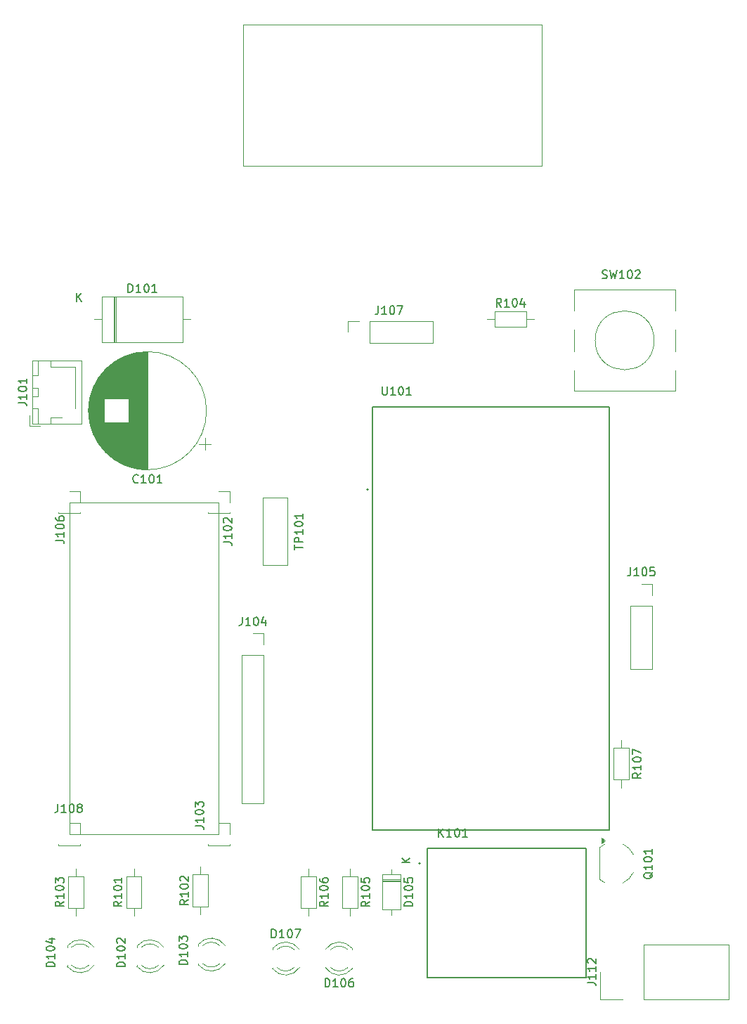
<source format=gbr>
%TF.GenerationSoftware,KiCad,Pcbnew,9.0.4*%
%TF.CreationDate,2025-11-10T11:11:46+05:30*%
%TF.ProjectId,BikeSSv3,42696b65-5353-4763-932e-6b696361645f,rev?*%
%TF.SameCoordinates,Original*%
%TF.FileFunction,Legend,Top*%
%TF.FilePolarity,Positive*%
%FSLAX46Y46*%
G04 Gerber Fmt 4.6, Leading zero omitted, Abs format (unit mm)*
G04 Created by KiCad (PCBNEW 9.0.4) date 2025-11-10 11:11:46*
%MOMM*%
%LPD*%
G01*
G04 APERTURE LIST*
%ADD10C,0.100000*%
%ADD11C,0.150000*%
%ADD12C,0.120000*%
%ADD13C,0.127000*%
%ADD14C,0.200000*%
G04 APERTURE END LIST*
D10*
X195100000Y-100025000D02*
X213100000Y-100025000D01*
X213100000Y-140025000D01*
X195100000Y-140025000D01*
X195100000Y-100025000D01*
X216000000Y-42500000D02*
X252000000Y-42500000D01*
X252000000Y-59500000D01*
X216000000Y-59500000D01*
X216000000Y-42500000D01*
D11*
X232314285Y-76379819D02*
X232314285Y-77094104D01*
X232314285Y-77094104D02*
X232266666Y-77236961D01*
X232266666Y-77236961D02*
X232171428Y-77332200D01*
X232171428Y-77332200D02*
X232028571Y-77379819D01*
X232028571Y-77379819D02*
X231933333Y-77379819D01*
X233314285Y-77379819D02*
X232742857Y-77379819D01*
X233028571Y-77379819D02*
X233028571Y-76379819D01*
X233028571Y-76379819D02*
X232933333Y-76522676D01*
X232933333Y-76522676D02*
X232838095Y-76617914D01*
X232838095Y-76617914D02*
X232742857Y-76665533D01*
X233933333Y-76379819D02*
X234028571Y-76379819D01*
X234028571Y-76379819D02*
X234123809Y-76427438D01*
X234123809Y-76427438D02*
X234171428Y-76475057D01*
X234171428Y-76475057D02*
X234219047Y-76570295D01*
X234219047Y-76570295D02*
X234266666Y-76760771D01*
X234266666Y-76760771D02*
X234266666Y-76998866D01*
X234266666Y-76998866D02*
X234219047Y-77189342D01*
X234219047Y-77189342D02*
X234171428Y-77284580D01*
X234171428Y-77284580D02*
X234123809Y-77332200D01*
X234123809Y-77332200D02*
X234028571Y-77379819D01*
X234028571Y-77379819D02*
X233933333Y-77379819D01*
X233933333Y-77379819D02*
X233838095Y-77332200D01*
X233838095Y-77332200D02*
X233790476Y-77284580D01*
X233790476Y-77284580D02*
X233742857Y-77189342D01*
X233742857Y-77189342D02*
X233695238Y-76998866D01*
X233695238Y-76998866D02*
X233695238Y-76760771D01*
X233695238Y-76760771D02*
X233742857Y-76570295D01*
X233742857Y-76570295D02*
X233790476Y-76475057D01*
X233790476Y-76475057D02*
X233838095Y-76427438D01*
X233838095Y-76427438D02*
X233933333Y-76379819D01*
X234600000Y-76379819D02*
X235266666Y-76379819D01*
X235266666Y-76379819D02*
X234838095Y-77379819D01*
X193714285Y-136379819D02*
X193714285Y-137094104D01*
X193714285Y-137094104D02*
X193666666Y-137236961D01*
X193666666Y-137236961D02*
X193571428Y-137332200D01*
X193571428Y-137332200D02*
X193428571Y-137379819D01*
X193428571Y-137379819D02*
X193333333Y-137379819D01*
X194714285Y-137379819D02*
X194142857Y-137379819D01*
X194428571Y-137379819D02*
X194428571Y-136379819D01*
X194428571Y-136379819D02*
X194333333Y-136522676D01*
X194333333Y-136522676D02*
X194238095Y-136617914D01*
X194238095Y-136617914D02*
X194142857Y-136665533D01*
X195333333Y-136379819D02*
X195428571Y-136379819D01*
X195428571Y-136379819D02*
X195523809Y-136427438D01*
X195523809Y-136427438D02*
X195571428Y-136475057D01*
X195571428Y-136475057D02*
X195619047Y-136570295D01*
X195619047Y-136570295D02*
X195666666Y-136760771D01*
X195666666Y-136760771D02*
X195666666Y-136998866D01*
X195666666Y-136998866D02*
X195619047Y-137189342D01*
X195619047Y-137189342D02*
X195571428Y-137284580D01*
X195571428Y-137284580D02*
X195523809Y-137332200D01*
X195523809Y-137332200D02*
X195428571Y-137379819D01*
X195428571Y-137379819D02*
X195333333Y-137379819D01*
X195333333Y-137379819D02*
X195238095Y-137332200D01*
X195238095Y-137332200D02*
X195190476Y-137284580D01*
X195190476Y-137284580D02*
X195142857Y-137189342D01*
X195142857Y-137189342D02*
X195095238Y-136998866D01*
X195095238Y-136998866D02*
X195095238Y-136760771D01*
X195095238Y-136760771D02*
X195142857Y-136570295D01*
X195142857Y-136570295D02*
X195190476Y-136475057D01*
X195190476Y-136475057D02*
X195238095Y-136427438D01*
X195238095Y-136427438D02*
X195333333Y-136379819D01*
X196238095Y-136808390D02*
X196142857Y-136760771D01*
X196142857Y-136760771D02*
X196095238Y-136713152D01*
X196095238Y-136713152D02*
X196047619Y-136617914D01*
X196047619Y-136617914D02*
X196047619Y-136570295D01*
X196047619Y-136570295D02*
X196095238Y-136475057D01*
X196095238Y-136475057D02*
X196142857Y-136427438D01*
X196142857Y-136427438D02*
X196238095Y-136379819D01*
X196238095Y-136379819D02*
X196428571Y-136379819D01*
X196428571Y-136379819D02*
X196523809Y-136427438D01*
X196523809Y-136427438D02*
X196571428Y-136475057D01*
X196571428Y-136475057D02*
X196619047Y-136570295D01*
X196619047Y-136570295D02*
X196619047Y-136617914D01*
X196619047Y-136617914D02*
X196571428Y-136713152D01*
X196571428Y-136713152D02*
X196523809Y-136760771D01*
X196523809Y-136760771D02*
X196428571Y-136808390D01*
X196428571Y-136808390D02*
X196238095Y-136808390D01*
X196238095Y-136808390D02*
X196142857Y-136856009D01*
X196142857Y-136856009D02*
X196095238Y-136903628D01*
X196095238Y-136903628D02*
X196047619Y-136998866D01*
X196047619Y-136998866D02*
X196047619Y-137189342D01*
X196047619Y-137189342D02*
X196095238Y-137284580D01*
X196095238Y-137284580D02*
X196142857Y-137332200D01*
X196142857Y-137332200D02*
X196238095Y-137379819D01*
X196238095Y-137379819D02*
X196428571Y-137379819D01*
X196428571Y-137379819D02*
X196523809Y-137332200D01*
X196523809Y-137332200D02*
X196571428Y-137284580D01*
X196571428Y-137284580D02*
X196619047Y-137189342D01*
X196619047Y-137189342D02*
X196619047Y-136998866D01*
X196619047Y-136998866D02*
X196571428Y-136903628D01*
X196571428Y-136903628D02*
X196523809Y-136856009D01*
X196523809Y-136856009D02*
X196428571Y-136808390D01*
X209414819Y-147919047D02*
X208938628Y-148252380D01*
X209414819Y-148490475D02*
X208414819Y-148490475D01*
X208414819Y-148490475D02*
X208414819Y-148109523D01*
X208414819Y-148109523D02*
X208462438Y-148014285D01*
X208462438Y-148014285D02*
X208510057Y-147966666D01*
X208510057Y-147966666D02*
X208605295Y-147919047D01*
X208605295Y-147919047D02*
X208748152Y-147919047D01*
X208748152Y-147919047D02*
X208843390Y-147966666D01*
X208843390Y-147966666D02*
X208891009Y-148014285D01*
X208891009Y-148014285D02*
X208938628Y-148109523D01*
X208938628Y-148109523D02*
X208938628Y-148490475D01*
X209414819Y-146966666D02*
X209414819Y-147538094D01*
X209414819Y-147252380D02*
X208414819Y-147252380D01*
X208414819Y-147252380D02*
X208557676Y-147347618D01*
X208557676Y-147347618D02*
X208652914Y-147442856D01*
X208652914Y-147442856D02*
X208700533Y-147538094D01*
X208414819Y-146347618D02*
X208414819Y-146252380D01*
X208414819Y-146252380D02*
X208462438Y-146157142D01*
X208462438Y-146157142D02*
X208510057Y-146109523D01*
X208510057Y-146109523D02*
X208605295Y-146061904D01*
X208605295Y-146061904D02*
X208795771Y-146014285D01*
X208795771Y-146014285D02*
X209033866Y-146014285D01*
X209033866Y-146014285D02*
X209224342Y-146061904D01*
X209224342Y-146061904D02*
X209319580Y-146109523D01*
X209319580Y-146109523D02*
X209367200Y-146157142D01*
X209367200Y-146157142D02*
X209414819Y-146252380D01*
X209414819Y-146252380D02*
X209414819Y-146347618D01*
X209414819Y-146347618D02*
X209367200Y-146442856D01*
X209367200Y-146442856D02*
X209319580Y-146490475D01*
X209319580Y-146490475D02*
X209224342Y-146538094D01*
X209224342Y-146538094D02*
X209033866Y-146585713D01*
X209033866Y-146585713D02*
X208795771Y-146585713D01*
X208795771Y-146585713D02*
X208605295Y-146538094D01*
X208605295Y-146538094D02*
X208510057Y-146490475D01*
X208510057Y-146490475D02*
X208462438Y-146442856D01*
X208462438Y-146442856D02*
X208414819Y-146347618D01*
X208510057Y-145633332D02*
X208462438Y-145585713D01*
X208462438Y-145585713D02*
X208414819Y-145490475D01*
X208414819Y-145490475D02*
X208414819Y-145252380D01*
X208414819Y-145252380D02*
X208462438Y-145157142D01*
X208462438Y-145157142D02*
X208510057Y-145109523D01*
X208510057Y-145109523D02*
X208605295Y-145061904D01*
X208605295Y-145061904D02*
X208700533Y-145061904D01*
X208700533Y-145061904D02*
X208843390Y-145109523D01*
X208843390Y-145109523D02*
X209414819Y-145680951D01*
X209414819Y-145680951D02*
X209414819Y-145061904D01*
X215914285Y-113864819D02*
X215914285Y-114579104D01*
X215914285Y-114579104D02*
X215866666Y-114721961D01*
X215866666Y-114721961D02*
X215771428Y-114817200D01*
X215771428Y-114817200D02*
X215628571Y-114864819D01*
X215628571Y-114864819D02*
X215533333Y-114864819D01*
X216914285Y-114864819D02*
X216342857Y-114864819D01*
X216628571Y-114864819D02*
X216628571Y-113864819D01*
X216628571Y-113864819D02*
X216533333Y-114007676D01*
X216533333Y-114007676D02*
X216438095Y-114102914D01*
X216438095Y-114102914D02*
X216342857Y-114150533D01*
X217533333Y-113864819D02*
X217628571Y-113864819D01*
X217628571Y-113864819D02*
X217723809Y-113912438D01*
X217723809Y-113912438D02*
X217771428Y-113960057D01*
X217771428Y-113960057D02*
X217819047Y-114055295D01*
X217819047Y-114055295D02*
X217866666Y-114245771D01*
X217866666Y-114245771D02*
X217866666Y-114483866D01*
X217866666Y-114483866D02*
X217819047Y-114674342D01*
X217819047Y-114674342D02*
X217771428Y-114769580D01*
X217771428Y-114769580D02*
X217723809Y-114817200D01*
X217723809Y-114817200D02*
X217628571Y-114864819D01*
X217628571Y-114864819D02*
X217533333Y-114864819D01*
X217533333Y-114864819D02*
X217438095Y-114817200D01*
X217438095Y-114817200D02*
X217390476Y-114769580D01*
X217390476Y-114769580D02*
X217342857Y-114674342D01*
X217342857Y-114674342D02*
X217295238Y-114483866D01*
X217295238Y-114483866D02*
X217295238Y-114245771D01*
X217295238Y-114245771D02*
X217342857Y-114055295D01*
X217342857Y-114055295D02*
X217390476Y-113960057D01*
X217390476Y-113960057D02*
X217438095Y-113912438D01*
X217438095Y-113912438D02*
X217533333Y-113864819D01*
X218723809Y-114198152D02*
X218723809Y-114864819D01*
X218485714Y-113817200D02*
X218247619Y-114531485D01*
X218247619Y-114531485D02*
X218866666Y-114531485D01*
X219459524Y-152494819D02*
X219459524Y-151494819D01*
X219459524Y-151494819D02*
X219697619Y-151494819D01*
X219697619Y-151494819D02*
X219840476Y-151542438D01*
X219840476Y-151542438D02*
X219935714Y-151637676D01*
X219935714Y-151637676D02*
X219983333Y-151732914D01*
X219983333Y-151732914D02*
X220030952Y-151923390D01*
X220030952Y-151923390D02*
X220030952Y-152066247D01*
X220030952Y-152066247D02*
X219983333Y-152256723D01*
X219983333Y-152256723D02*
X219935714Y-152351961D01*
X219935714Y-152351961D02*
X219840476Y-152447200D01*
X219840476Y-152447200D02*
X219697619Y-152494819D01*
X219697619Y-152494819D02*
X219459524Y-152494819D01*
X220983333Y-152494819D02*
X220411905Y-152494819D01*
X220697619Y-152494819D02*
X220697619Y-151494819D01*
X220697619Y-151494819D02*
X220602381Y-151637676D01*
X220602381Y-151637676D02*
X220507143Y-151732914D01*
X220507143Y-151732914D02*
X220411905Y-151780533D01*
X221602381Y-151494819D02*
X221697619Y-151494819D01*
X221697619Y-151494819D02*
X221792857Y-151542438D01*
X221792857Y-151542438D02*
X221840476Y-151590057D01*
X221840476Y-151590057D02*
X221888095Y-151685295D01*
X221888095Y-151685295D02*
X221935714Y-151875771D01*
X221935714Y-151875771D02*
X221935714Y-152113866D01*
X221935714Y-152113866D02*
X221888095Y-152304342D01*
X221888095Y-152304342D02*
X221840476Y-152399580D01*
X221840476Y-152399580D02*
X221792857Y-152447200D01*
X221792857Y-152447200D02*
X221697619Y-152494819D01*
X221697619Y-152494819D02*
X221602381Y-152494819D01*
X221602381Y-152494819D02*
X221507143Y-152447200D01*
X221507143Y-152447200D02*
X221459524Y-152399580D01*
X221459524Y-152399580D02*
X221411905Y-152304342D01*
X221411905Y-152304342D02*
X221364286Y-152113866D01*
X221364286Y-152113866D02*
X221364286Y-151875771D01*
X221364286Y-151875771D02*
X221411905Y-151685295D01*
X221411905Y-151685295D02*
X221459524Y-151590057D01*
X221459524Y-151590057D02*
X221507143Y-151542438D01*
X221507143Y-151542438D02*
X221602381Y-151494819D01*
X222269048Y-151494819D02*
X222935714Y-151494819D01*
X222935714Y-151494819D02*
X222507143Y-152494819D01*
X225919524Y-158414819D02*
X225919524Y-157414819D01*
X225919524Y-157414819D02*
X226157619Y-157414819D01*
X226157619Y-157414819D02*
X226300476Y-157462438D01*
X226300476Y-157462438D02*
X226395714Y-157557676D01*
X226395714Y-157557676D02*
X226443333Y-157652914D01*
X226443333Y-157652914D02*
X226490952Y-157843390D01*
X226490952Y-157843390D02*
X226490952Y-157986247D01*
X226490952Y-157986247D02*
X226443333Y-158176723D01*
X226443333Y-158176723D02*
X226395714Y-158271961D01*
X226395714Y-158271961D02*
X226300476Y-158367200D01*
X226300476Y-158367200D02*
X226157619Y-158414819D01*
X226157619Y-158414819D02*
X225919524Y-158414819D01*
X227443333Y-158414819D02*
X226871905Y-158414819D01*
X227157619Y-158414819D02*
X227157619Y-157414819D01*
X227157619Y-157414819D02*
X227062381Y-157557676D01*
X227062381Y-157557676D02*
X226967143Y-157652914D01*
X226967143Y-157652914D02*
X226871905Y-157700533D01*
X228062381Y-157414819D02*
X228157619Y-157414819D01*
X228157619Y-157414819D02*
X228252857Y-157462438D01*
X228252857Y-157462438D02*
X228300476Y-157510057D01*
X228300476Y-157510057D02*
X228348095Y-157605295D01*
X228348095Y-157605295D02*
X228395714Y-157795771D01*
X228395714Y-157795771D02*
X228395714Y-158033866D01*
X228395714Y-158033866D02*
X228348095Y-158224342D01*
X228348095Y-158224342D02*
X228300476Y-158319580D01*
X228300476Y-158319580D02*
X228252857Y-158367200D01*
X228252857Y-158367200D02*
X228157619Y-158414819D01*
X228157619Y-158414819D02*
X228062381Y-158414819D01*
X228062381Y-158414819D02*
X227967143Y-158367200D01*
X227967143Y-158367200D02*
X227919524Y-158319580D01*
X227919524Y-158319580D02*
X227871905Y-158224342D01*
X227871905Y-158224342D02*
X227824286Y-158033866D01*
X227824286Y-158033866D02*
X227824286Y-157795771D01*
X227824286Y-157795771D02*
X227871905Y-157605295D01*
X227871905Y-157605295D02*
X227919524Y-157510057D01*
X227919524Y-157510057D02*
X227967143Y-157462438D01*
X227967143Y-157462438D02*
X228062381Y-157414819D01*
X229252857Y-157414819D02*
X229062381Y-157414819D01*
X229062381Y-157414819D02*
X228967143Y-157462438D01*
X228967143Y-157462438D02*
X228919524Y-157510057D01*
X228919524Y-157510057D02*
X228824286Y-157652914D01*
X228824286Y-157652914D02*
X228776667Y-157843390D01*
X228776667Y-157843390D02*
X228776667Y-158224342D01*
X228776667Y-158224342D02*
X228824286Y-158319580D01*
X228824286Y-158319580D02*
X228871905Y-158367200D01*
X228871905Y-158367200D02*
X228967143Y-158414819D01*
X228967143Y-158414819D02*
X229157619Y-158414819D01*
X229157619Y-158414819D02*
X229252857Y-158367200D01*
X229252857Y-158367200D02*
X229300476Y-158319580D01*
X229300476Y-158319580D02*
X229348095Y-158224342D01*
X229348095Y-158224342D02*
X229348095Y-157986247D01*
X229348095Y-157986247D02*
X229300476Y-157891009D01*
X229300476Y-157891009D02*
X229252857Y-157843390D01*
X229252857Y-157843390D02*
X229157619Y-157795771D01*
X229157619Y-157795771D02*
X228967143Y-157795771D01*
X228967143Y-157795771D02*
X228871905Y-157843390D01*
X228871905Y-157843390D02*
X228824286Y-157891009D01*
X228824286Y-157891009D02*
X228776667Y-157986247D01*
X194414819Y-148119047D02*
X193938628Y-148452380D01*
X194414819Y-148690475D02*
X193414819Y-148690475D01*
X193414819Y-148690475D02*
X193414819Y-148309523D01*
X193414819Y-148309523D02*
X193462438Y-148214285D01*
X193462438Y-148214285D02*
X193510057Y-148166666D01*
X193510057Y-148166666D02*
X193605295Y-148119047D01*
X193605295Y-148119047D02*
X193748152Y-148119047D01*
X193748152Y-148119047D02*
X193843390Y-148166666D01*
X193843390Y-148166666D02*
X193891009Y-148214285D01*
X193891009Y-148214285D02*
X193938628Y-148309523D01*
X193938628Y-148309523D02*
X193938628Y-148690475D01*
X194414819Y-147166666D02*
X194414819Y-147738094D01*
X194414819Y-147452380D02*
X193414819Y-147452380D01*
X193414819Y-147452380D02*
X193557676Y-147547618D01*
X193557676Y-147547618D02*
X193652914Y-147642856D01*
X193652914Y-147642856D02*
X193700533Y-147738094D01*
X193414819Y-146547618D02*
X193414819Y-146452380D01*
X193414819Y-146452380D02*
X193462438Y-146357142D01*
X193462438Y-146357142D02*
X193510057Y-146309523D01*
X193510057Y-146309523D02*
X193605295Y-146261904D01*
X193605295Y-146261904D02*
X193795771Y-146214285D01*
X193795771Y-146214285D02*
X194033866Y-146214285D01*
X194033866Y-146214285D02*
X194224342Y-146261904D01*
X194224342Y-146261904D02*
X194319580Y-146309523D01*
X194319580Y-146309523D02*
X194367200Y-146357142D01*
X194367200Y-146357142D02*
X194414819Y-146452380D01*
X194414819Y-146452380D02*
X194414819Y-146547618D01*
X194414819Y-146547618D02*
X194367200Y-146642856D01*
X194367200Y-146642856D02*
X194319580Y-146690475D01*
X194319580Y-146690475D02*
X194224342Y-146738094D01*
X194224342Y-146738094D02*
X194033866Y-146785713D01*
X194033866Y-146785713D02*
X193795771Y-146785713D01*
X193795771Y-146785713D02*
X193605295Y-146738094D01*
X193605295Y-146738094D02*
X193510057Y-146690475D01*
X193510057Y-146690475D02*
X193462438Y-146642856D01*
X193462438Y-146642856D02*
X193414819Y-146547618D01*
X193414819Y-145880951D02*
X193414819Y-145261904D01*
X193414819Y-145261904D02*
X193795771Y-145595237D01*
X193795771Y-145595237D02*
X193795771Y-145452380D01*
X193795771Y-145452380D02*
X193843390Y-145357142D01*
X193843390Y-145357142D02*
X193891009Y-145309523D01*
X193891009Y-145309523D02*
X193986247Y-145261904D01*
X193986247Y-145261904D02*
X194224342Y-145261904D01*
X194224342Y-145261904D02*
X194319580Y-145309523D01*
X194319580Y-145309523D02*
X194367200Y-145357142D01*
X194367200Y-145357142D02*
X194414819Y-145452380D01*
X194414819Y-145452380D02*
X194414819Y-145738094D01*
X194414819Y-145738094D02*
X194367200Y-145833332D01*
X194367200Y-145833332D02*
X194319580Y-145880951D01*
X222234819Y-105739285D02*
X222234819Y-105167857D01*
X223234819Y-105453571D02*
X222234819Y-105453571D01*
X223234819Y-104834523D02*
X222234819Y-104834523D01*
X222234819Y-104834523D02*
X222234819Y-104453571D01*
X222234819Y-104453571D02*
X222282438Y-104358333D01*
X222282438Y-104358333D02*
X222330057Y-104310714D01*
X222330057Y-104310714D02*
X222425295Y-104263095D01*
X222425295Y-104263095D02*
X222568152Y-104263095D01*
X222568152Y-104263095D02*
X222663390Y-104310714D01*
X222663390Y-104310714D02*
X222711009Y-104358333D01*
X222711009Y-104358333D02*
X222758628Y-104453571D01*
X222758628Y-104453571D02*
X222758628Y-104834523D01*
X223234819Y-103310714D02*
X223234819Y-103882142D01*
X223234819Y-103596428D02*
X222234819Y-103596428D01*
X222234819Y-103596428D02*
X222377676Y-103691666D01*
X222377676Y-103691666D02*
X222472914Y-103786904D01*
X222472914Y-103786904D02*
X222520533Y-103882142D01*
X222234819Y-102691666D02*
X222234819Y-102596428D01*
X222234819Y-102596428D02*
X222282438Y-102501190D01*
X222282438Y-102501190D02*
X222330057Y-102453571D01*
X222330057Y-102453571D02*
X222425295Y-102405952D01*
X222425295Y-102405952D02*
X222615771Y-102358333D01*
X222615771Y-102358333D02*
X222853866Y-102358333D01*
X222853866Y-102358333D02*
X223044342Y-102405952D01*
X223044342Y-102405952D02*
X223139580Y-102453571D01*
X223139580Y-102453571D02*
X223187200Y-102501190D01*
X223187200Y-102501190D02*
X223234819Y-102596428D01*
X223234819Y-102596428D02*
X223234819Y-102691666D01*
X223234819Y-102691666D02*
X223187200Y-102786904D01*
X223187200Y-102786904D02*
X223139580Y-102834523D01*
X223139580Y-102834523D02*
X223044342Y-102882142D01*
X223044342Y-102882142D02*
X222853866Y-102929761D01*
X222853866Y-102929761D02*
X222615771Y-102929761D01*
X222615771Y-102929761D02*
X222425295Y-102882142D01*
X222425295Y-102882142D02*
X222330057Y-102834523D01*
X222330057Y-102834523D02*
X222282438Y-102786904D01*
X222282438Y-102786904D02*
X222234819Y-102691666D01*
X223234819Y-101405952D02*
X223234819Y-101977380D01*
X223234819Y-101691666D02*
X222234819Y-101691666D01*
X222234819Y-101691666D02*
X222377676Y-101786904D01*
X222377676Y-101786904D02*
X222472914Y-101882142D01*
X222472914Y-101882142D02*
X222520533Y-101977380D01*
X231254819Y-148119047D02*
X230778628Y-148452380D01*
X231254819Y-148690475D02*
X230254819Y-148690475D01*
X230254819Y-148690475D02*
X230254819Y-148309523D01*
X230254819Y-148309523D02*
X230302438Y-148214285D01*
X230302438Y-148214285D02*
X230350057Y-148166666D01*
X230350057Y-148166666D02*
X230445295Y-148119047D01*
X230445295Y-148119047D02*
X230588152Y-148119047D01*
X230588152Y-148119047D02*
X230683390Y-148166666D01*
X230683390Y-148166666D02*
X230731009Y-148214285D01*
X230731009Y-148214285D02*
X230778628Y-148309523D01*
X230778628Y-148309523D02*
X230778628Y-148690475D01*
X231254819Y-147166666D02*
X231254819Y-147738094D01*
X231254819Y-147452380D02*
X230254819Y-147452380D01*
X230254819Y-147452380D02*
X230397676Y-147547618D01*
X230397676Y-147547618D02*
X230492914Y-147642856D01*
X230492914Y-147642856D02*
X230540533Y-147738094D01*
X230254819Y-146547618D02*
X230254819Y-146452380D01*
X230254819Y-146452380D02*
X230302438Y-146357142D01*
X230302438Y-146357142D02*
X230350057Y-146309523D01*
X230350057Y-146309523D02*
X230445295Y-146261904D01*
X230445295Y-146261904D02*
X230635771Y-146214285D01*
X230635771Y-146214285D02*
X230873866Y-146214285D01*
X230873866Y-146214285D02*
X231064342Y-146261904D01*
X231064342Y-146261904D02*
X231159580Y-146309523D01*
X231159580Y-146309523D02*
X231207200Y-146357142D01*
X231207200Y-146357142D02*
X231254819Y-146452380D01*
X231254819Y-146452380D02*
X231254819Y-146547618D01*
X231254819Y-146547618D02*
X231207200Y-146642856D01*
X231207200Y-146642856D02*
X231159580Y-146690475D01*
X231159580Y-146690475D02*
X231064342Y-146738094D01*
X231064342Y-146738094D02*
X230873866Y-146785713D01*
X230873866Y-146785713D02*
X230635771Y-146785713D01*
X230635771Y-146785713D02*
X230445295Y-146738094D01*
X230445295Y-146738094D02*
X230350057Y-146690475D01*
X230350057Y-146690475D02*
X230302438Y-146642856D01*
X230302438Y-146642856D02*
X230254819Y-146547618D01*
X230254819Y-145309523D02*
X230254819Y-145785713D01*
X230254819Y-145785713D02*
X230731009Y-145833332D01*
X230731009Y-145833332D02*
X230683390Y-145785713D01*
X230683390Y-145785713D02*
X230635771Y-145690475D01*
X230635771Y-145690475D02*
X230635771Y-145452380D01*
X230635771Y-145452380D02*
X230683390Y-145357142D01*
X230683390Y-145357142D02*
X230731009Y-145309523D01*
X230731009Y-145309523D02*
X230826247Y-145261904D01*
X230826247Y-145261904D02*
X231064342Y-145261904D01*
X231064342Y-145261904D02*
X231159580Y-145309523D01*
X231159580Y-145309523D02*
X231207200Y-145357142D01*
X231207200Y-145357142D02*
X231254819Y-145452380D01*
X231254819Y-145452380D02*
X231254819Y-145690475D01*
X231254819Y-145690475D02*
X231207200Y-145785713D01*
X231207200Y-145785713D02*
X231159580Y-145833332D01*
X209304819Y-155715475D02*
X208304819Y-155715475D01*
X208304819Y-155715475D02*
X208304819Y-155477380D01*
X208304819Y-155477380D02*
X208352438Y-155334523D01*
X208352438Y-155334523D02*
X208447676Y-155239285D01*
X208447676Y-155239285D02*
X208542914Y-155191666D01*
X208542914Y-155191666D02*
X208733390Y-155144047D01*
X208733390Y-155144047D02*
X208876247Y-155144047D01*
X208876247Y-155144047D02*
X209066723Y-155191666D01*
X209066723Y-155191666D02*
X209161961Y-155239285D01*
X209161961Y-155239285D02*
X209257200Y-155334523D01*
X209257200Y-155334523D02*
X209304819Y-155477380D01*
X209304819Y-155477380D02*
X209304819Y-155715475D01*
X209304819Y-154191666D02*
X209304819Y-154763094D01*
X209304819Y-154477380D02*
X208304819Y-154477380D01*
X208304819Y-154477380D02*
X208447676Y-154572618D01*
X208447676Y-154572618D02*
X208542914Y-154667856D01*
X208542914Y-154667856D02*
X208590533Y-154763094D01*
X208304819Y-153572618D02*
X208304819Y-153477380D01*
X208304819Y-153477380D02*
X208352438Y-153382142D01*
X208352438Y-153382142D02*
X208400057Y-153334523D01*
X208400057Y-153334523D02*
X208495295Y-153286904D01*
X208495295Y-153286904D02*
X208685771Y-153239285D01*
X208685771Y-153239285D02*
X208923866Y-153239285D01*
X208923866Y-153239285D02*
X209114342Y-153286904D01*
X209114342Y-153286904D02*
X209209580Y-153334523D01*
X209209580Y-153334523D02*
X209257200Y-153382142D01*
X209257200Y-153382142D02*
X209304819Y-153477380D01*
X209304819Y-153477380D02*
X209304819Y-153572618D01*
X209304819Y-153572618D02*
X209257200Y-153667856D01*
X209257200Y-153667856D02*
X209209580Y-153715475D01*
X209209580Y-153715475D02*
X209114342Y-153763094D01*
X209114342Y-153763094D02*
X208923866Y-153810713D01*
X208923866Y-153810713D02*
X208685771Y-153810713D01*
X208685771Y-153810713D02*
X208495295Y-153763094D01*
X208495295Y-153763094D02*
X208400057Y-153715475D01*
X208400057Y-153715475D02*
X208352438Y-153667856D01*
X208352438Y-153667856D02*
X208304819Y-153572618D01*
X208304819Y-152905951D02*
X208304819Y-152286904D01*
X208304819Y-152286904D02*
X208685771Y-152620237D01*
X208685771Y-152620237D02*
X208685771Y-152477380D01*
X208685771Y-152477380D02*
X208733390Y-152382142D01*
X208733390Y-152382142D02*
X208781009Y-152334523D01*
X208781009Y-152334523D02*
X208876247Y-152286904D01*
X208876247Y-152286904D02*
X209114342Y-152286904D01*
X209114342Y-152286904D02*
X209209580Y-152334523D01*
X209209580Y-152334523D02*
X209257200Y-152382142D01*
X209257200Y-152382142D02*
X209304819Y-152477380D01*
X209304819Y-152477380D02*
X209304819Y-152763094D01*
X209304819Y-152763094D02*
X209257200Y-152858332D01*
X209257200Y-152858332D02*
X209209580Y-152905951D01*
X265400057Y-144617619D02*
X265352438Y-144712857D01*
X265352438Y-144712857D02*
X265257200Y-144808095D01*
X265257200Y-144808095D02*
X265114342Y-144950952D01*
X265114342Y-144950952D02*
X265066723Y-145046190D01*
X265066723Y-145046190D02*
X265066723Y-145141428D01*
X265304819Y-145093809D02*
X265257200Y-145189047D01*
X265257200Y-145189047D02*
X265161961Y-145284285D01*
X265161961Y-145284285D02*
X264971485Y-145331904D01*
X264971485Y-145331904D02*
X264638152Y-145331904D01*
X264638152Y-145331904D02*
X264447676Y-145284285D01*
X264447676Y-145284285D02*
X264352438Y-145189047D01*
X264352438Y-145189047D02*
X264304819Y-145093809D01*
X264304819Y-145093809D02*
X264304819Y-144903333D01*
X264304819Y-144903333D02*
X264352438Y-144808095D01*
X264352438Y-144808095D02*
X264447676Y-144712857D01*
X264447676Y-144712857D02*
X264638152Y-144665238D01*
X264638152Y-144665238D02*
X264971485Y-144665238D01*
X264971485Y-144665238D02*
X265161961Y-144712857D01*
X265161961Y-144712857D02*
X265257200Y-144808095D01*
X265257200Y-144808095D02*
X265304819Y-144903333D01*
X265304819Y-144903333D02*
X265304819Y-145093809D01*
X265304819Y-143712857D02*
X265304819Y-144284285D01*
X265304819Y-143998571D02*
X264304819Y-143998571D01*
X264304819Y-143998571D02*
X264447676Y-144093809D01*
X264447676Y-144093809D02*
X264542914Y-144189047D01*
X264542914Y-144189047D02*
X264590533Y-144284285D01*
X264304819Y-143093809D02*
X264304819Y-142998571D01*
X264304819Y-142998571D02*
X264352438Y-142903333D01*
X264352438Y-142903333D02*
X264400057Y-142855714D01*
X264400057Y-142855714D02*
X264495295Y-142808095D01*
X264495295Y-142808095D02*
X264685771Y-142760476D01*
X264685771Y-142760476D02*
X264923866Y-142760476D01*
X264923866Y-142760476D02*
X265114342Y-142808095D01*
X265114342Y-142808095D02*
X265209580Y-142855714D01*
X265209580Y-142855714D02*
X265257200Y-142903333D01*
X265257200Y-142903333D02*
X265304819Y-142998571D01*
X265304819Y-142998571D02*
X265304819Y-143093809D01*
X265304819Y-143093809D02*
X265257200Y-143189047D01*
X265257200Y-143189047D02*
X265209580Y-143236666D01*
X265209580Y-143236666D02*
X265114342Y-143284285D01*
X265114342Y-143284285D02*
X264923866Y-143331904D01*
X264923866Y-143331904D02*
X264685771Y-143331904D01*
X264685771Y-143331904D02*
X264495295Y-143284285D01*
X264495295Y-143284285D02*
X264400057Y-143236666D01*
X264400057Y-143236666D02*
X264352438Y-143189047D01*
X264352438Y-143189047D02*
X264304819Y-143093809D01*
X265304819Y-141808095D02*
X265304819Y-142379523D01*
X265304819Y-142093809D02*
X264304819Y-142093809D01*
X264304819Y-142093809D02*
X264447676Y-142189047D01*
X264447676Y-142189047D02*
X264542914Y-142284285D01*
X264542914Y-142284285D02*
X264590533Y-142379523D01*
X259294286Y-73022200D02*
X259437143Y-73069819D01*
X259437143Y-73069819D02*
X259675238Y-73069819D01*
X259675238Y-73069819D02*
X259770476Y-73022200D01*
X259770476Y-73022200D02*
X259818095Y-72974580D01*
X259818095Y-72974580D02*
X259865714Y-72879342D01*
X259865714Y-72879342D02*
X259865714Y-72784104D01*
X259865714Y-72784104D02*
X259818095Y-72688866D01*
X259818095Y-72688866D02*
X259770476Y-72641247D01*
X259770476Y-72641247D02*
X259675238Y-72593628D01*
X259675238Y-72593628D02*
X259484762Y-72546009D01*
X259484762Y-72546009D02*
X259389524Y-72498390D01*
X259389524Y-72498390D02*
X259341905Y-72450771D01*
X259341905Y-72450771D02*
X259294286Y-72355533D01*
X259294286Y-72355533D02*
X259294286Y-72260295D01*
X259294286Y-72260295D02*
X259341905Y-72165057D01*
X259341905Y-72165057D02*
X259389524Y-72117438D01*
X259389524Y-72117438D02*
X259484762Y-72069819D01*
X259484762Y-72069819D02*
X259722857Y-72069819D01*
X259722857Y-72069819D02*
X259865714Y-72117438D01*
X260199048Y-72069819D02*
X260437143Y-73069819D01*
X260437143Y-73069819D02*
X260627619Y-72355533D01*
X260627619Y-72355533D02*
X260818095Y-73069819D01*
X260818095Y-73069819D02*
X261056191Y-72069819D01*
X261960952Y-73069819D02*
X261389524Y-73069819D01*
X261675238Y-73069819D02*
X261675238Y-72069819D01*
X261675238Y-72069819D02*
X261580000Y-72212676D01*
X261580000Y-72212676D02*
X261484762Y-72307914D01*
X261484762Y-72307914D02*
X261389524Y-72355533D01*
X262580000Y-72069819D02*
X262675238Y-72069819D01*
X262675238Y-72069819D02*
X262770476Y-72117438D01*
X262770476Y-72117438D02*
X262818095Y-72165057D01*
X262818095Y-72165057D02*
X262865714Y-72260295D01*
X262865714Y-72260295D02*
X262913333Y-72450771D01*
X262913333Y-72450771D02*
X262913333Y-72688866D01*
X262913333Y-72688866D02*
X262865714Y-72879342D01*
X262865714Y-72879342D02*
X262818095Y-72974580D01*
X262818095Y-72974580D02*
X262770476Y-73022200D01*
X262770476Y-73022200D02*
X262675238Y-73069819D01*
X262675238Y-73069819D02*
X262580000Y-73069819D01*
X262580000Y-73069819D02*
X262484762Y-73022200D01*
X262484762Y-73022200D02*
X262437143Y-72974580D01*
X262437143Y-72974580D02*
X262389524Y-72879342D01*
X262389524Y-72879342D02*
X262341905Y-72688866D01*
X262341905Y-72688866D02*
X262341905Y-72450771D01*
X262341905Y-72450771D02*
X262389524Y-72260295D01*
X262389524Y-72260295D02*
X262437143Y-72165057D01*
X262437143Y-72165057D02*
X262484762Y-72117438D01*
X262484762Y-72117438D02*
X262580000Y-72069819D01*
X263294286Y-72165057D02*
X263341905Y-72117438D01*
X263341905Y-72117438D02*
X263437143Y-72069819D01*
X263437143Y-72069819D02*
X263675238Y-72069819D01*
X263675238Y-72069819D02*
X263770476Y-72117438D01*
X263770476Y-72117438D02*
X263818095Y-72165057D01*
X263818095Y-72165057D02*
X263865714Y-72260295D01*
X263865714Y-72260295D02*
X263865714Y-72355533D01*
X263865714Y-72355533D02*
X263818095Y-72498390D01*
X263818095Y-72498390D02*
X263246667Y-73069819D01*
X263246667Y-73069819D02*
X263865714Y-73069819D01*
X262714285Y-107884819D02*
X262714285Y-108599104D01*
X262714285Y-108599104D02*
X262666666Y-108741961D01*
X262666666Y-108741961D02*
X262571428Y-108837200D01*
X262571428Y-108837200D02*
X262428571Y-108884819D01*
X262428571Y-108884819D02*
X262333333Y-108884819D01*
X263714285Y-108884819D02*
X263142857Y-108884819D01*
X263428571Y-108884819D02*
X263428571Y-107884819D01*
X263428571Y-107884819D02*
X263333333Y-108027676D01*
X263333333Y-108027676D02*
X263238095Y-108122914D01*
X263238095Y-108122914D02*
X263142857Y-108170533D01*
X264333333Y-107884819D02*
X264428571Y-107884819D01*
X264428571Y-107884819D02*
X264523809Y-107932438D01*
X264523809Y-107932438D02*
X264571428Y-107980057D01*
X264571428Y-107980057D02*
X264619047Y-108075295D01*
X264619047Y-108075295D02*
X264666666Y-108265771D01*
X264666666Y-108265771D02*
X264666666Y-108503866D01*
X264666666Y-108503866D02*
X264619047Y-108694342D01*
X264619047Y-108694342D02*
X264571428Y-108789580D01*
X264571428Y-108789580D02*
X264523809Y-108837200D01*
X264523809Y-108837200D02*
X264428571Y-108884819D01*
X264428571Y-108884819D02*
X264333333Y-108884819D01*
X264333333Y-108884819D02*
X264238095Y-108837200D01*
X264238095Y-108837200D02*
X264190476Y-108789580D01*
X264190476Y-108789580D02*
X264142857Y-108694342D01*
X264142857Y-108694342D02*
X264095238Y-108503866D01*
X264095238Y-108503866D02*
X264095238Y-108265771D01*
X264095238Y-108265771D02*
X264142857Y-108075295D01*
X264142857Y-108075295D02*
X264190476Y-107980057D01*
X264190476Y-107980057D02*
X264238095Y-107932438D01*
X264238095Y-107932438D02*
X264333333Y-107884819D01*
X265571428Y-107884819D02*
X265095238Y-107884819D01*
X265095238Y-107884819D02*
X265047619Y-108361009D01*
X265047619Y-108361009D02*
X265095238Y-108313390D01*
X265095238Y-108313390D02*
X265190476Y-108265771D01*
X265190476Y-108265771D02*
X265428571Y-108265771D01*
X265428571Y-108265771D02*
X265523809Y-108313390D01*
X265523809Y-108313390D02*
X265571428Y-108361009D01*
X265571428Y-108361009D02*
X265619047Y-108456247D01*
X265619047Y-108456247D02*
X265619047Y-108694342D01*
X265619047Y-108694342D02*
X265571428Y-108789580D01*
X265571428Y-108789580D02*
X265523809Y-108837200D01*
X265523809Y-108837200D02*
X265428571Y-108884819D01*
X265428571Y-108884819D02*
X265190476Y-108884819D01*
X265190476Y-108884819D02*
X265095238Y-108837200D01*
X265095238Y-108837200D02*
X265047619Y-108789580D01*
X193454819Y-104610714D02*
X194169104Y-104610714D01*
X194169104Y-104610714D02*
X194311961Y-104658333D01*
X194311961Y-104658333D02*
X194407200Y-104753571D01*
X194407200Y-104753571D02*
X194454819Y-104896428D01*
X194454819Y-104896428D02*
X194454819Y-104991666D01*
X194454819Y-103610714D02*
X194454819Y-104182142D01*
X194454819Y-103896428D02*
X193454819Y-103896428D01*
X193454819Y-103896428D02*
X193597676Y-103991666D01*
X193597676Y-103991666D02*
X193692914Y-104086904D01*
X193692914Y-104086904D02*
X193740533Y-104182142D01*
X193454819Y-102991666D02*
X193454819Y-102896428D01*
X193454819Y-102896428D02*
X193502438Y-102801190D01*
X193502438Y-102801190D02*
X193550057Y-102753571D01*
X193550057Y-102753571D02*
X193645295Y-102705952D01*
X193645295Y-102705952D02*
X193835771Y-102658333D01*
X193835771Y-102658333D02*
X194073866Y-102658333D01*
X194073866Y-102658333D02*
X194264342Y-102705952D01*
X194264342Y-102705952D02*
X194359580Y-102753571D01*
X194359580Y-102753571D02*
X194407200Y-102801190D01*
X194407200Y-102801190D02*
X194454819Y-102896428D01*
X194454819Y-102896428D02*
X194454819Y-102991666D01*
X194454819Y-102991666D02*
X194407200Y-103086904D01*
X194407200Y-103086904D02*
X194359580Y-103134523D01*
X194359580Y-103134523D02*
X194264342Y-103182142D01*
X194264342Y-103182142D02*
X194073866Y-103229761D01*
X194073866Y-103229761D02*
X193835771Y-103229761D01*
X193835771Y-103229761D02*
X193645295Y-103182142D01*
X193645295Y-103182142D02*
X193550057Y-103134523D01*
X193550057Y-103134523D02*
X193502438Y-103086904D01*
X193502438Y-103086904D02*
X193454819Y-102991666D01*
X193454819Y-101801190D02*
X193454819Y-101991666D01*
X193454819Y-101991666D02*
X193502438Y-102086904D01*
X193502438Y-102086904D02*
X193550057Y-102134523D01*
X193550057Y-102134523D02*
X193692914Y-102229761D01*
X193692914Y-102229761D02*
X193883390Y-102277380D01*
X193883390Y-102277380D02*
X194264342Y-102277380D01*
X194264342Y-102277380D02*
X194359580Y-102229761D01*
X194359580Y-102229761D02*
X194407200Y-102182142D01*
X194407200Y-102182142D02*
X194454819Y-102086904D01*
X194454819Y-102086904D02*
X194454819Y-101896428D01*
X194454819Y-101896428D02*
X194407200Y-101801190D01*
X194407200Y-101801190D02*
X194359580Y-101753571D01*
X194359580Y-101753571D02*
X194264342Y-101705952D01*
X194264342Y-101705952D02*
X194026247Y-101705952D01*
X194026247Y-101705952D02*
X193931009Y-101753571D01*
X193931009Y-101753571D02*
X193883390Y-101801190D01*
X193883390Y-101801190D02*
X193835771Y-101896428D01*
X193835771Y-101896428D02*
X193835771Y-102086904D01*
X193835771Y-102086904D02*
X193883390Y-102182142D01*
X193883390Y-102182142D02*
X193931009Y-102229761D01*
X193931009Y-102229761D02*
X194026247Y-102277380D01*
X263974819Y-132644047D02*
X263498628Y-132977380D01*
X263974819Y-133215475D02*
X262974819Y-133215475D01*
X262974819Y-133215475D02*
X262974819Y-132834523D01*
X262974819Y-132834523D02*
X263022438Y-132739285D01*
X263022438Y-132739285D02*
X263070057Y-132691666D01*
X263070057Y-132691666D02*
X263165295Y-132644047D01*
X263165295Y-132644047D02*
X263308152Y-132644047D01*
X263308152Y-132644047D02*
X263403390Y-132691666D01*
X263403390Y-132691666D02*
X263451009Y-132739285D01*
X263451009Y-132739285D02*
X263498628Y-132834523D01*
X263498628Y-132834523D02*
X263498628Y-133215475D01*
X263974819Y-131691666D02*
X263974819Y-132263094D01*
X263974819Y-131977380D02*
X262974819Y-131977380D01*
X262974819Y-131977380D02*
X263117676Y-132072618D01*
X263117676Y-132072618D02*
X263212914Y-132167856D01*
X263212914Y-132167856D02*
X263260533Y-132263094D01*
X262974819Y-131072618D02*
X262974819Y-130977380D01*
X262974819Y-130977380D02*
X263022438Y-130882142D01*
X263022438Y-130882142D02*
X263070057Y-130834523D01*
X263070057Y-130834523D02*
X263165295Y-130786904D01*
X263165295Y-130786904D02*
X263355771Y-130739285D01*
X263355771Y-130739285D02*
X263593866Y-130739285D01*
X263593866Y-130739285D02*
X263784342Y-130786904D01*
X263784342Y-130786904D02*
X263879580Y-130834523D01*
X263879580Y-130834523D02*
X263927200Y-130882142D01*
X263927200Y-130882142D02*
X263974819Y-130977380D01*
X263974819Y-130977380D02*
X263974819Y-131072618D01*
X263974819Y-131072618D02*
X263927200Y-131167856D01*
X263927200Y-131167856D02*
X263879580Y-131215475D01*
X263879580Y-131215475D02*
X263784342Y-131263094D01*
X263784342Y-131263094D02*
X263593866Y-131310713D01*
X263593866Y-131310713D02*
X263355771Y-131310713D01*
X263355771Y-131310713D02*
X263165295Y-131263094D01*
X263165295Y-131263094D02*
X263070057Y-131215475D01*
X263070057Y-131215475D02*
X263022438Y-131167856D01*
X263022438Y-131167856D02*
X262974819Y-131072618D01*
X262974819Y-130405951D02*
X262974819Y-129739285D01*
X262974819Y-129739285D02*
X263974819Y-130167856D01*
X201414819Y-148119047D02*
X200938628Y-148452380D01*
X201414819Y-148690475D02*
X200414819Y-148690475D01*
X200414819Y-148690475D02*
X200414819Y-148309523D01*
X200414819Y-148309523D02*
X200462438Y-148214285D01*
X200462438Y-148214285D02*
X200510057Y-148166666D01*
X200510057Y-148166666D02*
X200605295Y-148119047D01*
X200605295Y-148119047D02*
X200748152Y-148119047D01*
X200748152Y-148119047D02*
X200843390Y-148166666D01*
X200843390Y-148166666D02*
X200891009Y-148214285D01*
X200891009Y-148214285D02*
X200938628Y-148309523D01*
X200938628Y-148309523D02*
X200938628Y-148690475D01*
X201414819Y-147166666D02*
X201414819Y-147738094D01*
X201414819Y-147452380D02*
X200414819Y-147452380D01*
X200414819Y-147452380D02*
X200557676Y-147547618D01*
X200557676Y-147547618D02*
X200652914Y-147642856D01*
X200652914Y-147642856D02*
X200700533Y-147738094D01*
X200414819Y-146547618D02*
X200414819Y-146452380D01*
X200414819Y-146452380D02*
X200462438Y-146357142D01*
X200462438Y-146357142D02*
X200510057Y-146309523D01*
X200510057Y-146309523D02*
X200605295Y-146261904D01*
X200605295Y-146261904D02*
X200795771Y-146214285D01*
X200795771Y-146214285D02*
X201033866Y-146214285D01*
X201033866Y-146214285D02*
X201224342Y-146261904D01*
X201224342Y-146261904D02*
X201319580Y-146309523D01*
X201319580Y-146309523D02*
X201367200Y-146357142D01*
X201367200Y-146357142D02*
X201414819Y-146452380D01*
X201414819Y-146452380D02*
X201414819Y-146547618D01*
X201414819Y-146547618D02*
X201367200Y-146642856D01*
X201367200Y-146642856D02*
X201319580Y-146690475D01*
X201319580Y-146690475D02*
X201224342Y-146738094D01*
X201224342Y-146738094D02*
X201033866Y-146785713D01*
X201033866Y-146785713D02*
X200795771Y-146785713D01*
X200795771Y-146785713D02*
X200605295Y-146738094D01*
X200605295Y-146738094D02*
X200510057Y-146690475D01*
X200510057Y-146690475D02*
X200462438Y-146642856D01*
X200462438Y-146642856D02*
X200414819Y-146547618D01*
X201414819Y-145261904D02*
X201414819Y-145833332D01*
X201414819Y-145547618D02*
X200414819Y-145547618D01*
X200414819Y-145547618D02*
X200557676Y-145642856D01*
X200557676Y-145642856D02*
X200652914Y-145738094D01*
X200652914Y-145738094D02*
X200700533Y-145833332D01*
X213654819Y-104810714D02*
X214369104Y-104810714D01*
X214369104Y-104810714D02*
X214511961Y-104858333D01*
X214511961Y-104858333D02*
X214607200Y-104953571D01*
X214607200Y-104953571D02*
X214654819Y-105096428D01*
X214654819Y-105096428D02*
X214654819Y-105191666D01*
X214654819Y-103810714D02*
X214654819Y-104382142D01*
X214654819Y-104096428D02*
X213654819Y-104096428D01*
X213654819Y-104096428D02*
X213797676Y-104191666D01*
X213797676Y-104191666D02*
X213892914Y-104286904D01*
X213892914Y-104286904D02*
X213940533Y-104382142D01*
X213654819Y-103191666D02*
X213654819Y-103096428D01*
X213654819Y-103096428D02*
X213702438Y-103001190D01*
X213702438Y-103001190D02*
X213750057Y-102953571D01*
X213750057Y-102953571D02*
X213845295Y-102905952D01*
X213845295Y-102905952D02*
X214035771Y-102858333D01*
X214035771Y-102858333D02*
X214273866Y-102858333D01*
X214273866Y-102858333D02*
X214464342Y-102905952D01*
X214464342Y-102905952D02*
X214559580Y-102953571D01*
X214559580Y-102953571D02*
X214607200Y-103001190D01*
X214607200Y-103001190D02*
X214654819Y-103096428D01*
X214654819Y-103096428D02*
X214654819Y-103191666D01*
X214654819Y-103191666D02*
X214607200Y-103286904D01*
X214607200Y-103286904D02*
X214559580Y-103334523D01*
X214559580Y-103334523D02*
X214464342Y-103382142D01*
X214464342Y-103382142D02*
X214273866Y-103429761D01*
X214273866Y-103429761D02*
X214035771Y-103429761D01*
X214035771Y-103429761D02*
X213845295Y-103382142D01*
X213845295Y-103382142D02*
X213750057Y-103334523D01*
X213750057Y-103334523D02*
X213702438Y-103286904D01*
X213702438Y-103286904D02*
X213654819Y-103191666D01*
X213750057Y-102477380D02*
X213702438Y-102429761D01*
X213702438Y-102429761D02*
X213654819Y-102334523D01*
X213654819Y-102334523D02*
X213654819Y-102096428D01*
X213654819Y-102096428D02*
X213702438Y-102001190D01*
X213702438Y-102001190D02*
X213750057Y-101953571D01*
X213750057Y-101953571D02*
X213845295Y-101905952D01*
X213845295Y-101905952D02*
X213940533Y-101905952D01*
X213940533Y-101905952D02*
X214083390Y-101953571D01*
X214083390Y-101953571D02*
X214654819Y-102524999D01*
X214654819Y-102524999D02*
X214654819Y-101905952D01*
X226254819Y-148119047D02*
X225778628Y-148452380D01*
X226254819Y-148690475D02*
X225254819Y-148690475D01*
X225254819Y-148690475D02*
X225254819Y-148309523D01*
X225254819Y-148309523D02*
X225302438Y-148214285D01*
X225302438Y-148214285D02*
X225350057Y-148166666D01*
X225350057Y-148166666D02*
X225445295Y-148119047D01*
X225445295Y-148119047D02*
X225588152Y-148119047D01*
X225588152Y-148119047D02*
X225683390Y-148166666D01*
X225683390Y-148166666D02*
X225731009Y-148214285D01*
X225731009Y-148214285D02*
X225778628Y-148309523D01*
X225778628Y-148309523D02*
X225778628Y-148690475D01*
X226254819Y-147166666D02*
X226254819Y-147738094D01*
X226254819Y-147452380D02*
X225254819Y-147452380D01*
X225254819Y-147452380D02*
X225397676Y-147547618D01*
X225397676Y-147547618D02*
X225492914Y-147642856D01*
X225492914Y-147642856D02*
X225540533Y-147738094D01*
X225254819Y-146547618D02*
X225254819Y-146452380D01*
X225254819Y-146452380D02*
X225302438Y-146357142D01*
X225302438Y-146357142D02*
X225350057Y-146309523D01*
X225350057Y-146309523D02*
X225445295Y-146261904D01*
X225445295Y-146261904D02*
X225635771Y-146214285D01*
X225635771Y-146214285D02*
X225873866Y-146214285D01*
X225873866Y-146214285D02*
X226064342Y-146261904D01*
X226064342Y-146261904D02*
X226159580Y-146309523D01*
X226159580Y-146309523D02*
X226207200Y-146357142D01*
X226207200Y-146357142D02*
X226254819Y-146452380D01*
X226254819Y-146452380D02*
X226254819Y-146547618D01*
X226254819Y-146547618D02*
X226207200Y-146642856D01*
X226207200Y-146642856D02*
X226159580Y-146690475D01*
X226159580Y-146690475D02*
X226064342Y-146738094D01*
X226064342Y-146738094D02*
X225873866Y-146785713D01*
X225873866Y-146785713D02*
X225635771Y-146785713D01*
X225635771Y-146785713D02*
X225445295Y-146738094D01*
X225445295Y-146738094D02*
X225350057Y-146690475D01*
X225350057Y-146690475D02*
X225302438Y-146642856D01*
X225302438Y-146642856D02*
X225254819Y-146547618D01*
X225254819Y-145357142D02*
X225254819Y-145547618D01*
X225254819Y-145547618D02*
X225302438Y-145642856D01*
X225302438Y-145642856D02*
X225350057Y-145690475D01*
X225350057Y-145690475D02*
X225492914Y-145785713D01*
X225492914Y-145785713D02*
X225683390Y-145833332D01*
X225683390Y-145833332D02*
X226064342Y-145833332D01*
X226064342Y-145833332D02*
X226159580Y-145785713D01*
X226159580Y-145785713D02*
X226207200Y-145738094D01*
X226207200Y-145738094D02*
X226254819Y-145642856D01*
X226254819Y-145642856D02*
X226254819Y-145452380D01*
X226254819Y-145452380D02*
X226207200Y-145357142D01*
X226207200Y-145357142D02*
X226159580Y-145309523D01*
X226159580Y-145309523D02*
X226064342Y-145261904D01*
X226064342Y-145261904D02*
X225826247Y-145261904D01*
X225826247Y-145261904D02*
X225731009Y-145309523D01*
X225731009Y-145309523D02*
X225683390Y-145357142D01*
X225683390Y-145357142D02*
X225635771Y-145452380D01*
X225635771Y-145452380D02*
X225635771Y-145642856D01*
X225635771Y-145642856D02*
X225683390Y-145738094D01*
X225683390Y-145738094D02*
X225731009Y-145785713D01*
X225731009Y-145785713D02*
X225826247Y-145833332D01*
X201804819Y-155965475D02*
X200804819Y-155965475D01*
X200804819Y-155965475D02*
X200804819Y-155727380D01*
X200804819Y-155727380D02*
X200852438Y-155584523D01*
X200852438Y-155584523D02*
X200947676Y-155489285D01*
X200947676Y-155489285D02*
X201042914Y-155441666D01*
X201042914Y-155441666D02*
X201233390Y-155394047D01*
X201233390Y-155394047D02*
X201376247Y-155394047D01*
X201376247Y-155394047D02*
X201566723Y-155441666D01*
X201566723Y-155441666D02*
X201661961Y-155489285D01*
X201661961Y-155489285D02*
X201757200Y-155584523D01*
X201757200Y-155584523D02*
X201804819Y-155727380D01*
X201804819Y-155727380D02*
X201804819Y-155965475D01*
X201804819Y-154441666D02*
X201804819Y-155013094D01*
X201804819Y-154727380D02*
X200804819Y-154727380D01*
X200804819Y-154727380D02*
X200947676Y-154822618D01*
X200947676Y-154822618D02*
X201042914Y-154917856D01*
X201042914Y-154917856D02*
X201090533Y-155013094D01*
X200804819Y-153822618D02*
X200804819Y-153727380D01*
X200804819Y-153727380D02*
X200852438Y-153632142D01*
X200852438Y-153632142D02*
X200900057Y-153584523D01*
X200900057Y-153584523D02*
X200995295Y-153536904D01*
X200995295Y-153536904D02*
X201185771Y-153489285D01*
X201185771Y-153489285D02*
X201423866Y-153489285D01*
X201423866Y-153489285D02*
X201614342Y-153536904D01*
X201614342Y-153536904D02*
X201709580Y-153584523D01*
X201709580Y-153584523D02*
X201757200Y-153632142D01*
X201757200Y-153632142D02*
X201804819Y-153727380D01*
X201804819Y-153727380D02*
X201804819Y-153822618D01*
X201804819Y-153822618D02*
X201757200Y-153917856D01*
X201757200Y-153917856D02*
X201709580Y-153965475D01*
X201709580Y-153965475D02*
X201614342Y-154013094D01*
X201614342Y-154013094D02*
X201423866Y-154060713D01*
X201423866Y-154060713D02*
X201185771Y-154060713D01*
X201185771Y-154060713D02*
X200995295Y-154013094D01*
X200995295Y-154013094D02*
X200900057Y-153965475D01*
X200900057Y-153965475D02*
X200852438Y-153917856D01*
X200852438Y-153917856D02*
X200804819Y-153822618D01*
X200900057Y-153108332D02*
X200852438Y-153060713D01*
X200852438Y-153060713D02*
X200804819Y-152965475D01*
X200804819Y-152965475D02*
X200804819Y-152727380D01*
X200804819Y-152727380D02*
X200852438Y-152632142D01*
X200852438Y-152632142D02*
X200900057Y-152584523D01*
X200900057Y-152584523D02*
X200995295Y-152536904D01*
X200995295Y-152536904D02*
X201090533Y-152536904D01*
X201090533Y-152536904D02*
X201233390Y-152584523D01*
X201233390Y-152584523D02*
X201804819Y-153155951D01*
X201804819Y-153155951D02*
X201804819Y-152536904D01*
X232810714Y-86094819D02*
X232810714Y-86904342D01*
X232810714Y-86904342D02*
X232858333Y-86999580D01*
X232858333Y-86999580D02*
X232905952Y-87047200D01*
X232905952Y-87047200D02*
X233001190Y-87094819D01*
X233001190Y-87094819D02*
X233191666Y-87094819D01*
X233191666Y-87094819D02*
X233286904Y-87047200D01*
X233286904Y-87047200D02*
X233334523Y-86999580D01*
X233334523Y-86999580D02*
X233382142Y-86904342D01*
X233382142Y-86904342D02*
X233382142Y-86094819D01*
X234382142Y-87094819D02*
X233810714Y-87094819D01*
X234096428Y-87094819D02*
X234096428Y-86094819D01*
X234096428Y-86094819D02*
X234001190Y-86237676D01*
X234001190Y-86237676D02*
X233905952Y-86332914D01*
X233905952Y-86332914D02*
X233810714Y-86380533D01*
X235001190Y-86094819D02*
X235096428Y-86094819D01*
X235096428Y-86094819D02*
X235191666Y-86142438D01*
X235191666Y-86142438D02*
X235239285Y-86190057D01*
X235239285Y-86190057D02*
X235286904Y-86285295D01*
X235286904Y-86285295D02*
X235334523Y-86475771D01*
X235334523Y-86475771D02*
X235334523Y-86713866D01*
X235334523Y-86713866D02*
X235286904Y-86904342D01*
X235286904Y-86904342D02*
X235239285Y-86999580D01*
X235239285Y-86999580D02*
X235191666Y-87047200D01*
X235191666Y-87047200D02*
X235096428Y-87094819D01*
X235096428Y-87094819D02*
X235001190Y-87094819D01*
X235001190Y-87094819D02*
X234905952Y-87047200D01*
X234905952Y-87047200D02*
X234858333Y-86999580D01*
X234858333Y-86999580D02*
X234810714Y-86904342D01*
X234810714Y-86904342D02*
X234763095Y-86713866D01*
X234763095Y-86713866D02*
X234763095Y-86475771D01*
X234763095Y-86475771D02*
X234810714Y-86285295D01*
X234810714Y-86285295D02*
X234858333Y-86190057D01*
X234858333Y-86190057D02*
X234905952Y-86142438D01*
X234905952Y-86142438D02*
X235001190Y-86094819D01*
X236286904Y-87094819D02*
X235715476Y-87094819D01*
X236001190Y-87094819D02*
X236001190Y-86094819D01*
X236001190Y-86094819D02*
X235905952Y-86237676D01*
X235905952Y-86237676D02*
X235810714Y-86332914D01*
X235810714Y-86332914D02*
X235715476Y-86380533D01*
X202189524Y-74734819D02*
X202189524Y-73734819D01*
X202189524Y-73734819D02*
X202427619Y-73734819D01*
X202427619Y-73734819D02*
X202570476Y-73782438D01*
X202570476Y-73782438D02*
X202665714Y-73877676D01*
X202665714Y-73877676D02*
X202713333Y-73972914D01*
X202713333Y-73972914D02*
X202760952Y-74163390D01*
X202760952Y-74163390D02*
X202760952Y-74306247D01*
X202760952Y-74306247D02*
X202713333Y-74496723D01*
X202713333Y-74496723D02*
X202665714Y-74591961D01*
X202665714Y-74591961D02*
X202570476Y-74687200D01*
X202570476Y-74687200D02*
X202427619Y-74734819D01*
X202427619Y-74734819D02*
X202189524Y-74734819D01*
X203713333Y-74734819D02*
X203141905Y-74734819D01*
X203427619Y-74734819D02*
X203427619Y-73734819D01*
X203427619Y-73734819D02*
X203332381Y-73877676D01*
X203332381Y-73877676D02*
X203237143Y-73972914D01*
X203237143Y-73972914D02*
X203141905Y-74020533D01*
X204332381Y-73734819D02*
X204427619Y-73734819D01*
X204427619Y-73734819D02*
X204522857Y-73782438D01*
X204522857Y-73782438D02*
X204570476Y-73830057D01*
X204570476Y-73830057D02*
X204618095Y-73925295D01*
X204618095Y-73925295D02*
X204665714Y-74115771D01*
X204665714Y-74115771D02*
X204665714Y-74353866D01*
X204665714Y-74353866D02*
X204618095Y-74544342D01*
X204618095Y-74544342D02*
X204570476Y-74639580D01*
X204570476Y-74639580D02*
X204522857Y-74687200D01*
X204522857Y-74687200D02*
X204427619Y-74734819D01*
X204427619Y-74734819D02*
X204332381Y-74734819D01*
X204332381Y-74734819D02*
X204237143Y-74687200D01*
X204237143Y-74687200D02*
X204189524Y-74639580D01*
X204189524Y-74639580D02*
X204141905Y-74544342D01*
X204141905Y-74544342D02*
X204094286Y-74353866D01*
X204094286Y-74353866D02*
X204094286Y-74115771D01*
X204094286Y-74115771D02*
X204141905Y-73925295D01*
X204141905Y-73925295D02*
X204189524Y-73830057D01*
X204189524Y-73830057D02*
X204237143Y-73782438D01*
X204237143Y-73782438D02*
X204332381Y-73734819D01*
X205618095Y-74734819D02*
X205046667Y-74734819D01*
X205332381Y-74734819D02*
X205332381Y-73734819D01*
X205332381Y-73734819D02*
X205237143Y-73877676D01*
X205237143Y-73877676D02*
X205141905Y-73972914D01*
X205141905Y-73972914D02*
X205046667Y-74020533D01*
X195998095Y-75854819D02*
X195998095Y-74854819D01*
X196569523Y-75854819D02*
X196140952Y-75283390D01*
X196569523Y-74854819D02*
X195998095Y-75426247D01*
X247130952Y-76484819D02*
X246797619Y-76008628D01*
X246559524Y-76484819D02*
X246559524Y-75484819D01*
X246559524Y-75484819D02*
X246940476Y-75484819D01*
X246940476Y-75484819D02*
X247035714Y-75532438D01*
X247035714Y-75532438D02*
X247083333Y-75580057D01*
X247083333Y-75580057D02*
X247130952Y-75675295D01*
X247130952Y-75675295D02*
X247130952Y-75818152D01*
X247130952Y-75818152D02*
X247083333Y-75913390D01*
X247083333Y-75913390D02*
X247035714Y-75961009D01*
X247035714Y-75961009D02*
X246940476Y-76008628D01*
X246940476Y-76008628D02*
X246559524Y-76008628D01*
X248083333Y-76484819D02*
X247511905Y-76484819D01*
X247797619Y-76484819D02*
X247797619Y-75484819D01*
X247797619Y-75484819D02*
X247702381Y-75627676D01*
X247702381Y-75627676D02*
X247607143Y-75722914D01*
X247607143Y-75722914D02*
X247511905Y-75770533D01*
X248702381Y-75484819D02*
X248797619Y-75484819D01*
X248797619Y-75484819D02*
X248892857Y-75532438D01*
X248892857Y-75532438D02*
X248940476Y-75580057D01*
X248940476Y-75580057D02*
X248988095Y-75675295D01*
X248988095Y-75675295D02*
X249035714Y-75865771D01*
X249035714Y-75865771D02*
X249035714Y-76103866D01*
X249035714Y-76103866D02*
X248988095Y-76294342D01*
X248988095Y-76294342D02*
X248940476Y-76389580D01*
X248940476Y-76389580D02*
X248892857Y-76437200D01*
X248892857Y-76437200D02*
X248797619Y-76484819D01*
X248797619Y-76484819D02*
X248702381Y-76484819D01*
X248702381Y-76484819D02*
X248607143Y-76437200D01*
X248607143Y-76437200D02*
X248559524Y-76389580D01*
X248559524Y-76389580D02*
X248511905Y-76294342D01*
X248511905Y-76294342D02*
X248464286Y-76103866D01*
X248464286Y-76103866D02*
X248464286Y-75865771D01*
X248464286Y-75865771D02*
X248511905Y-75675295D01*
X248511905Y-75675295D02*
X248559524Y-75580057D01*
X248559524Y-75580057D02*
X248607143Y-75532438D01*
X248607143Y-75532438D02*
X248702381Y-75484819D01*
X249892857Y-75818152D02*
X249892857Y-76484819D01*
X249654762Y-75437200D02*
X249416667Y-76151485D01*
X249416667Y-76151485D02*
X250035714Y-76151485D01*
X257524819Y-157885714D02*
X258239104Y-157885714D01*
X258239104Y-157885714D02*
X258381961Y-157933333D01*
X258381961Y-157933333D02*
X258477200Y-158028571D01*
X258477200Y-158028571D02*
X258524819Y-158171428D01*
X258524819Y-158171428D02*
X258524819Y-158266666D01*
X258524819Y-156885714D02*
X258524819Y-157457142D01*
X258524819Y-157171428D02*
X257524819Y-157171428D01*
X257524819Y-157171428D02*
X257667676Y-157266666D01*
X257667676Y-157266666D02*
X257762914Y-157361904D01*
X257762914Y-157361904D02*
X257810533Y-157457142D01*
X258524819Y-155933333D02*
X258524819Y-156504761D01*
X258524819Y-156219047D02*
X257524819Y-156219047D01*
X257524819Y-156219047D02*
X257667676Y-156314285D01*
X257667676Y-156314285D02*
X257762914Y-156409523D01*
X257762914Y-156409523D02*
X257810533Y-156504761D01*
X257620057Y-155552380D02*
X257572438Y-155504761D01*
X257572438Y-155504761D02*
X257524819Y-155409523D01*
X257524819Y-155409523D02*
X257524819Y-155171428D01*
X257524819Y-155171428D02*
X257572438Y-155076190D01*
X257572438Y-155076190D02*
X257620057Y-155028571D01*
X257620057Y-155028571D02*
X257715295Y-154980952D01*
X257715295Y-154980952D02*
X257810533Y-154980952D01*
X257810533Y-154980952D02*
X257953390Y-155028571D01*
X257953390Y-155028571D02*
X258524819Y-155599999D01*
X258524819Y-155599999D02*
X258524819Y-154980952D01*
X239614524Y-140344819D02*
X239614524Y-139344819D01*
X240185952Y-140344819D02*
X239757381Y-139773390D01*
X240185952Y-139344819D02*
X239614524Y-139916247D01*
X241138333Y-140344819D02*
X240566905Y-140344819D01*
X240852619Y-140344819D02*
X240852619Y-139344819D01*
X240852619Y-139344819D02*
X240757381Y-139487676D01*
X240757381Y-139487676D02*
X240662143Y-139582914D01*
X240662143Y-139582914D02*
X240566905Y-139630533D01*
X241757381Y-139344819D02*
X241852619Y-139344819D01*
X241852619Y-139344819D02*
X241947857Y-139392438D01*
X241947857Y-139392438D02*
X241995476Y-139440057D01*
X241995476Y-139440057D02*
X242043095Y-139535295D01*
X242043095Y-139535295D02*
X242090714Y-139725771D01*
X242090714Y-139725771D02*
X242090714Y-139963866D01*
X242090714Y-139963866D02*
X242043095Y-140154342D01*
X242043095Y-140154342D02*
X241995476Y-140249580D01*
X241995476Y-140249580D02*
X241947857Y-140297200D01*
X241947857Y-140297200D02*
X241852619Y-140344819D01*
X241852619Y-140344819D02*
X241757381Y-140344819D01*
X241757381Y-140344819D02*
X241662143Y-140297200D01*
X241662143Y-140297200D02*
X241614524Y-140249580D01*
X241614524Y-140249580D02*
X241566905Y-140154342D01*
X241566905Y-140154342D02*
X241519286Y-139963866D01*
X241519286Y-139963866D02*
X241519286Y-139725771D01*
X241519286Y-139725771D02*
X241566905Y-139535295D01*
X241566905Y-139535295D02*
X241614524Y-139440057D01*
X241614524Y-139440057D02*
X241662143Y-139392438D01*
X241662143Y-139392438D02*
X241757381Y-139344819D01*
X243043095Y-140344819D02*
X242471667Y-140344819D01*
X242757381Y-140344819D02*
X242757381Y-139344819D01*
X242757381Y-139344819D02*
X242662143Y-139487676D01*
X242662143Y-139487676D02*
X242566905Y-139582914D01*
X242566905Y-139582914D02*
X242471667Y-139630533D01*
X193304819Y-155965475D02*
X192304819Y-155965475D01*
X192304819Y-155965475D02*
X192304819Y-155727380D01*
X192304819Y-155727380D02*
X192352438Y-155584523D01*
X192352438Y-155584523D02*
X192447676Y-155489285D01*
X192447676Y-155489285D02*
X192542914Y-155441666D01*
X192542914Y-155441666D02*
X192733390Y-155394047D01*
X192733390Y-155394047D02*
X192876247Y-155394047D01*
X192876247Y-155394047D02*
X193066723Y-155441666D01*
X193066723Y-155441666D02*
X193161961Y-155489285D01*
X193161961Y-155489285D02*
X193257200Y-155584523D01*
X193257200Y-155584523D02*
X193304819Y-155727380D01*
X193304819Y-155727380D02*
X193304819Y-155965475D01*
X193304819Y-154441666D02*
X193304819Y-155013094D01*
X193304819Y-154727380D02*
X192304819Y-154727380D01*
X192304819Y-154727380D02*
X192447676Y-154822618D01*
X192447676Y-154822618D02*
X192542914Y-154917856D01*
X192542914Y-154917856D02*
X192590533Y-155013094D01*
X192304819Y-153822618D02*
X192304819Y-153727380D01*
X192304819Y-153727380D02*
X192352438Y-153632142D01*
X192352438Y-153632142D02*
X192400057Y-153584523D01*
X192400057Y-153584523D02*
X192495295Y-153536904D01*
X192495295Y-153536904D02*
X192685771Y-153489285D01*
X192685771Y-153489285D02*
X192923866Y-153489285D01*
X192923866Y-153489285D02*
X193114342Y-153536904D01*
X193114342Y-153536904D02*
X193209580Y-153584523D01*
X193209580Y-153584523D02*
X193257200Y-153632142D01*
X193257200Y-153632142D02*
X193304819Y-153727380D01*
X193304819Y-153727380D02*
X193304819Y-153822618D01*
X193304819Y-153822618D02*
X193257200Y-153917856D01*
X193257200Y-153917856D02*
X193209580Y-153965475D01*
X193209580Y-153965475D02*
X193114342Y-154013094D01*
X193114342Y-154013094D02*
X192923866Y-154060713D01*
X192923866Y-154060713D02*
X192685771Y-154060713D01*
X192685771Y-154060713D02*
X192495295Y-154013094D01*
X192495295Y-154013094D02*
X192400057Y-153965475D01*
X192400057Y-153965475D02*
X192352438Y-153917856D01*
X192352438Y-153917856D02*
X192304819Y-153822618D01*
X192638152Y-152632142D02*
X193304819Y-152632142D01*
X192257200Y-152870237D02*
X192971485Y-153108332D01*
X192971485Y-153108332D02*
X192971485Y-152489285D01*
X236454819Y-148690475D02*
X235454819Y-148690475D01*
X235454819Y-148690475D02*
X235454819Y-148452380D01*
X235454819Y-148452380D02*
X235502438Y-148309523D01*
X235502438Y-148309523D02*
X235597676Y-148214285D01*
X235597676Y-148214285D02*
X235692914Y-148166666D01*
X235692914Y-148166666D02*
X235883390Y-148119047D01*
X235883390Y-148119047D02*
X236026247Y-148119047D01*
X236026247Y-148119047D02*
X236216723Y-148166666D01*
X236216723Y-148166666D02*
X236311961Y-148214285D01*
X236311961Y-148214285D02*
X236407200Y-148309523D01*
X236407200Y-148309523D02*
X236454819Y-148452380D01*
X236454819Y-148452380D02*
X236454819Y-148690475D01*
X236454819Y-147166666D02*
X236454819Y-147738094D01*
X236454819Y-147452380D02*
X235454819Y-147452380D01*
X235454819Y-147452380D02*
X235597676Y-147547618D01*
X235597676Y-147547618D02*
X235692914Y-147642856D01*
X235692914Y-147642856D02*
X235740533Y-147738094D01*
X235454819Y-146547618D02*
X235454819Y-146452380D01*
X235454819Y-146452380D02*
X235502438Y-146357142D01*
X235502438Y-146357142D02*
X235550057Y-146309523D01*
X235550057Y-146309523D02*
X235645295Y-146261904D01*
X235645295Y-146261904D02*
X235835771Y-146214285D01*
X235835771Y-146214285D02*
X236073866Y-146214285D01*
X236073866Y-146214285D02*
X236264342Y-146261904D01*
X236264342Y-146261904D02*
X236359580Y-146309523D01*
X236359580Y-146309523D02*
X236407200Y-146357142D01*
X236407200Y-146357142D02*
X236454819Y-146452380D01*
X236454819Y-146452380D02*
X236454819Y-146547618D01*
X236454819Y-146547618D02*
X236407200Y-146642856D01*
X236407200Y-146642856D02*
X236359580Y-146690475D01*
X236359580Y-146690475D02*
X236264342Y-146738094D01*
X236264342Y-146738094D02*
X236073866Y-146785713D01*
X236073866Y-146785713D02*
X235835771Y-146785713D01*
X235835771Y-146785713D02*
X235645295Y-146738094D01*
X235645295Y-146738094D02*
X235550057Y-146690475D01*
X235550057Y-146690475D02*
X235502438Y-146642856D01*
X235502438Y-146642856D02*
X235454819Y-146547618D01*
X235454819Y-145309523D02*
X235454819Y-145785713D01*
X235454819Y-145785713D02*
X235931009Y-145833332D01*
X235931009Y-145833332D02*
X235883390Y-145785713D01*
X235883390Y-145785713D02*
X235835771Y-145690475D01*
X235835771Y-145690475D02*
X235835771Y-145452380D01*
X235835771Y-145452380D02*
X235883390Y-145357142D01*
X235883390Y-145357142D02*
X235931009Y-145309523D01*
X235931009Y-145309523D02*
X236026247Y-145261904D01*
X236026247Y-145261904D02*
X236264342Y-145261904D01*
X236264342Y-145261904D02*
X236359580Y-145309523D01*
X236359580Y-145309523D02*
X236407200Y-145357142D01*
X236407200Y-145357142D02*
X236454819Y-145452380D01*
X236454819Y-145452380D02*
X236454819Y-145690475D01*
X236454819Y-145690475D02*
X236407200Y-145785713D01*
X236407200Y-145785713D02*
X236359580Y-145833332D01*
X236134819Y-143451904D02*
X235134819Y-143451904D01*
X236134819Y-142880476D02*
X235563390Y-143309047D01*
X235134819Y-142880476D02*
X235706247Y-143451904D01*
X188958493Y-88035714D02*
X189672778Y-88035714D01*
X189672778Y-88035714D02*
X189815635Y-88083333D01*
X189815635Y-88083333D02*
X189910874Y-88178571D01*
X189910874Y-88178571D02*
X189958493Y-88321428D01*
X189958493Y-88321428D02*
X189958493Y-88416666D01*
X189958493Y-87035714D02*
X189958493Y-87607142D01*
X189958493Y-87321428D02*
X188958493Y-87321428D01*
X188958493Y-87321428D02*
X189101350Y-87416666D01*
X189101350Y-87416666D02*
X189196588Y-87511904D01*
X189196588Y-87511904D02*
X189244207Y-87607142D01*
X188958493Y-86416666D02*
X188958493Y-86321428D01*
X188958493Y-86321428D02*
X189006112Y-86226190D01*
X189006112Y-86226190D02*
X189053731Y-86178571D01*
X189053731Y-86178571D02*
X189148969Y-86130952D01*
X189148969Y-86130952D02*
X189339445Y-86083333D01*
X189339445Y-86083333D02*
X189577540Y-86083333D01*
X189577540Y-86083333D02*
X189768016Y-86130952D01*
X189768016Y-86130952D02*
X189863254Y-86178571D01*
X189863254Y-86178571D02*
X189910874Y-86226190D01*
X189910874Y-86226190D02*
X189958493Y-86321428D01*
X189958493Y-86321428D02*
X189958493Y-86416666D01*
X189958493Y-86416666D02*
X189910874Y-86511904D01*
X189910874Y-86511904D02*
X189863254Y-86559523D01*
X189863254Y-86559523D02*
X189768016Y-86607142D01*
X189768016Y-86607142D02*
X189577540Y-86654761D01*
X189577540Y-86654761D02*
X189339445Y-86654761D01*
X189339445Y-86654761D02*
X189148969Y-86607142D01*
X189148969Y-86607142D02*
X189053731Y-86559523D01*
X189053731Y-86559523D02*
X189006112Y-86511904D01*
X189006112Y-86511904D02*
X188958493Y-86416666D01*
X189958493Y-85130952D02*
X189958493Y-85702380D01*
X189958493Y-85416666D02*
X188958493Y-85416666D01*
X188958493Y-85416666D02*
X189101350Y-85511904D01*
X189101350Y-85511904D02*
X189196588Y-85607142D01*
X189196588Y-85607142D02*
X189244207Y-85702380D01*
X203383603Y-97609580D02*
X203335984Y-97657200D01*
X203335984Y-97657200D02*
X203193127Y-97704819D01*
X203193127Y-97704819D02*
X203097889Y-97704819D01*
X203097889Y-97704819D02*
X202955032Y-97657200D01*
X202955032Y-97657200D02*
X202859794Y-97561961D01*
X202859794Y-97561961D02*
X202812175Y-97466723D01*
X202812175Y-97466723D02*
X202764556Y-97276247D01*
X202764556Y-97276247D02*
X202764556Y-97133390D01*
X202764556Y-97133390D02*
X202812175Y-96942914D01*
X202812175Y-96942914D02*
X202859794Y-96847676D01*
X202859794Y-96847676D02*
X202955032Y-96752438D01*
X202955032Y-96752438D02*
X203097889Y-96704819D01*
X203097889Y-96704819D02*
X203193127Y-96704819D01*
X203193127Y-96704819D02*
X203335984Y-96752438D01*
X203335984Y-96752438D02*
X203383603Y-96800057D01*
X204335984Y-97704819D02*
X203764556Y-97704819D01*
X204050270Y-97704819D02*
X204050270Y-96704819D01*
X204050270Y-96704819D02*
X203955032Y-96847676D01*
X203955032Y-96847676D02*
X203859794Y-96942914D01*
X203859794Y-96942914D02*
X203764556Y-96990533D01*
X204955032Y-96704819D02*
X205050270Y-96704819D01*
X205050270Y-96704819D02*
X205145508Y-96752438D01*
X205145508Y-96752438D02*
X205193127Y-96800057D01*
X205193127Y-96800057D02*
X205240746Y-96895295D01*
X205240746Y-96895295D02*
X205288365Y-97085771D01*
X205288365Y-97085771D02*
X205288365Y-97323866D01*
X205288365Y-97323866D02*
X205240746Y-97514342D01*
X205240746Y-97514342D02*
X205193127Y-97609580D01*
X205193127Y-97609580D02*
X205145508Y-97657200D01*
X205145508Y-97657200D02*
X205050270Y-97704819D01*
X205050270Y-97704819D02*
X204955032Y-97704819D01*
X204955032Y-97704819D02*
X204859794Y-97657200D01*
X204859794Y-97657200D02*
X204812175Y-97609580D01*
X204812175Y-97609580D02*
X204764556Y-97514342D01*
X204764556Y-97514342D02*
X204716937Y-97323866D01*
X204716937Y-97323866D02*
X204716937Y-97085771D01*
X204716937Y-97085771D02*
X204764556Y-96895295D01*
X204764556Y-96895295D02*
X204812175Y-96800057D01*
X204812175Y-96800057D02*
X204859794Y-96752438D01*
X204859794Y-96752438D02*
X204955032Y-96704819D01*
X206240746Y-97704819D02*
X205669318Y-97704819D01*
X205955032Y-97704819D02*
X205955032Y-96704819D01*
X205955032Y-96704819D02*
X205859794Y-96847676D01*
X205859794Y-96847676D02*
X205764556Y-96942914D01*
X205764556Y-96942914D02*
X205669318Y-96990533D01*
X210254819Y-139010714D02*
X210969104Y-139010714D01*
X210969104Y-139010714D02*
X211111961Y-139058333D01*
X211111961Y-139058333D02*
X211207200Y-139153571D01*
X211207200Y-139153571D02*
X211254819Y-139296428D01*
X211254819Y-139296428D02*
X211254819Y-139391666D01*
X211254819Y-138010714D02*
X211254819Y-138582142D01*
X211254819Y-138296428D02*
X210254819Y-138296428D01*
X210254819Y-138296428D02*
X210397676Y-138391666D01*
X210397676Y-138391666D02*
X210492914Y-138486904D01*
X210492914Y-138486904D02*
X210540533Y-138582142D01*
X210254819Y-137391666D02*
X210254819Y-137296428D01*
X210254819Y-137296428D02*
X210302438Y-137201190D01*
X210302438Y-137201190D02*
X210350057Y-137153571D01*
X210350057Y-137153571D02*
X210445295Y-137105952D01*
X210445295Y-137105952D02*
X210635771Y-137058333D01*
X210635771Y-137058333D02*
X210873866Y-137058333D01*
X210873866Y-137058333D02*
X211064342Y-137105952D01*
X211064342Y-137105952D02*
X211159580Y-137153571D01*
X211159580Y-137153571D02*
X211207200Y-137201190D01*
X211207200Y-137201190D02*
X211254819Y-137296428D01*
X211254819Y-137296428D02*
X211254819Y-137391666D01*
X211254819Y-137391666D02*
X211207200Y-137486904D01*
X211207200Y-137486904D02*
X211159580Y-137534523D01*
X211159580Y-137534523D02*
X211064342Y-137582142D01*
X211064342Y-137582142D02*
X210873866Y-137629761D01*
X210873866Y-137629761D02*
X210635771Y-137629761D01*
X210635771Y-137629761D02*
X210445295Y-137582142D01*
X210445295Y-137582142D02*
X210350057Y-137534523D01*
X210350057Y-137534523D02*
X210302438Y-137486904D01*
X210302438Y-137486904D02*
X210254819Y-137391666D01*
X210254819Y-136724999D02*
X210254819Y-136105952D01*
X210254819Y-136105952D02*
X210635771Y-136439285D01*
X210635771Y-136439285D02*
X210635771Y-136296428D01*
X210635771Y-136296428D02*
X210683390Y-136201190D01*
X210683390Y-136201190D02*
X210731009Y-136153571D01*
X210731009Y-136153571D02*
X210826247Y-136105952D01*
X210826247Y-136105952D02*
X211064342Y-136105952D01*
X211064342Y-136105952D02*
X211159580Y-136153571D01*
X211159580Y-136153571D02*
X211207200Y-136201190D01*
X211207200Y-136201190D02*
X211254819Y-136296428D01*
X211254819Y-136296428D02*
X211254819Y-136582142D01*
X211254819Y-136582142D02*
X211207200Y-136677380D01*
X211207200Y-136677380D02*
X211159580Y-136724999D01*
D12*
%TO.C,J107*%
X228650000Y-78195000D02*
X229980000Y-78195000D01*
X228650000Y-79525000D02*
X228650000Y-78195000D01*
X231250000Y-78195000D02*
X238930000Y-78195000D01*
X231250000Y-80855000D02*
X231250000Y-78195000D01*
X231250000Y-80855000D02*
X238930000Y-80855000D01*
X238930000Y-80855000D02*
X238930000Y-78195000D01*
%TO.C,J108*%
X193770000Y-141235000D02*
X193770000Y-141355000D01*
X193770000Y-141355000D02*
X196430000Y-141355000D01*
X195100000Y-138695000D02*
X196430000Y-138695000D01*
X196430000Y-138695000D02*
X196430000Y-140025000D01*
X196430000Y-141235000D02*
X196430000Y-141355000D01*
%TO.C,R102*%
X210880000Y-143930000D02*
X210880000Y-144880000D01*
X210880000Y-149670000D02*
X210880000Y-148720000D01*
X209960000Y-148720000D02*
X211800000Y-148720000D01*
X211800000Y-144880000D01*
X209960000Y-144880000D01*
X209960000Y-148720000D01*
%TO.C,J104*%
X215870000Y-118450000D02*
X215870000Y-136290000D01*
X215870000Y-118450000D02*
X218530000Y-118450000D01*
X215870000Y-136290000D02*
X218530000Y-136290000D01*
X217200000Y-115850000D02*
X218530000Y-115850000D01*
X218530000Y-115850000D02*
X218530000Y-117180000D01*
X218530000Y-118450000D02*
X218530000Y-136290000D01*
%TO.C,D107*%
X219590000Y-153764000D02*
X219590000Y-153920000D01*
X219590000Y-156080000D02*
X219590000Y-156236000D01*
X219590000Y-153764484D02*
G75*
G02*
X222821437Y-153920000I1560000J-1235516D01*
G01*
X220109039Y-153920000D02*
G75*
G02*
X222190961Y-153920000I1040961J-1080000D01*
G01*
X222190961Y-156080000D02*
G75*
G02*
X220109039Y-156080000I-1040961J1080000D01*
G01*
X222821437Y-156080000D02*
G75*
G02*
X219590000Y-156235516I-1671437J1080000D01*
G01*
%TO.C,D106*%
X229170000Y-153920000D02*
X229170000Y-153764000D01*
X229170000Y-156236000D02*
X229170000Y-156080000D01*
X225938563Y-153920000D02*
G75*
G02*
X229170000Y-153764484I1671437J-1080000D01*
G01*
X226569039Y-153920000D02*
G75*
G02*
X228650961Y-153920000I1040961J-1080000D01*
G01*
X228650961Y-156080000D02*
G75*
G02*
X226569039Y-156080000I-1040961J1080000D01*
G01*
X229170000Y-156235516D02*
G75*
G02*
X225938563Y-156080000I-1560000J1235516D01*
G01*
%TO.C,R103*%
X195880000Y-144130000D02*
X195880000Y-145080000D01*
X195880000Y-149870000D02*
X195880000Y-148920000D01*
X194960000Y-148920000D02*
X196800000Y-148920000D01*
X196800000Y-145080000D01*
X194960000Y-145080000D01*
X194960000Y-148920000D01*
%TO.C,TP101*%
X218380000Y-107565000D02*
X218380000Y-99465000D01*
X218380000Y-107565000D02*
X221380000Y-107565000D01*
X221380000Y-99465000D02*
X218380000Y-99465000D01*
X221380000Y-99465000D02*
X221380000Y-107565000D01*
%TO.C,R105*%
X228880000Y-144130000D02*
X228880000Y-145080000D01*
X228880000Y-149870000D02*
X228880000Y-148920000D01*
X229800000Y-145080000D02*
X227960000Y-145080000D01*
X227960000Y-148920000D01*
X229800000Y-148920000D01*
X229800000Y-145080000D01*
%TO.C,D103*%
X210640000Y-153289000D02*
X210640000Y-153445000D01*
X210640000Y-155605000D02*
X210640000Y-155761000D01*
X210640000Y-153289484D02*
G75*
G02*
X213871437Y-153445000I1560000J-1235516D01*
G01*
X211159039Y-153445000D02*
G75*
G02*
X213240961Y-153445000I1040961J-1080000D01*
G01*
X213240961Y-155605000D02*
G75*
G02*
X211159039Y-155605000I-1040961J1080000D01*
G01*
X213871437Y-155605000D02*
G75*
G02*
X210640000Y-155760516I-1671437J1080000D01*
G01*
%TO.C,Q101*%
X259000000Y-141620000D02*
X259000000Y-145470000D01*
X259000000Y-141620000D02*
G75*
G02*
X259577955Y-141237369I1700000J-1940000D01*
G01*
X259587736Y-145862383D02*
G75*
G02*
X259000000Y-145470000I1112264J2302383D01*
G01*
X261794786Y-141212226D02*
G75*
G02*
X263050000Y-142470000I-1094786J-2347774D01*
G01*
X263050000Y-144620000D02*
G75*
G02*
X261789513Y-145896463I-2350000J1060000D01*
G01*
X259680000Y-140770000D02*
X259210000Y-141110000D01*
X259210000Y-140430000D01*
X259680000Y-140770000D01*
G36*
X259680000Y-140770000D02*
G01*
X259210000Y-141110000D01*
X259210000Y-140430000D01*
X259680000Y-140770000D01*
G37*
%TO.C,SW102*%
X255890000Y-74415000D02*
X255890000Y-76925000D01*
X255890000Y-74415000D02*
X268110000Y-74415000D01*
X255890000Y-79225000D02*
X255890000Y-81825000D01*
X255890000Y-84125000D02*
X255890000Y-86635000D01*
X268110000Y-74415000D02*
X268110000Y-76925000D01*
X268110000Y-79225000D02*
X268110000Y-81825000D01*
X268110000Y-84125000D02*
X268110000Y-86635000D01*
X268110000Y-86635000D02*
X255890000Y-86635000D01*
X265550000Y-80525000D02*
G75*
G02*
X258450000Y-80525000I-3550000J0D01*
G01*
X258450000Y-80525000D02*
G75*
G02*
X265550000Y-80525000I3550000J0D01*
G01*
%TO.C,J105*%
X262670000Y-112470000D02*
X262670000Y-120150000D01*
X262670000Y-112470000D02*
X265330000Y-112470000D01*
X262670000Y-120150000D02*
X265330000Y-120150000D01*
X264000000Y-109870000D02*
X265330000Y-109870000D01*
X265330000Y-109870000D02*
X265330000Y-111200000D01*
X265330000Y-112470000D02*
X265330000Y-120150000D01*
%TO.C,J106*%
X193770000Y-101235000D02*
X193770000Y-101355000D01*
X193770000Y-101355000D02*
X196430000Y-101355000D01*
X195100000Y-98695000D02*
X196430000Y-98695000D01*
X196430000Y-98695000D02*
X196430000Y-100025000D01*
X196430000Y-101235000D02*
X196430000Y-101355000D01*
%TO.C,R107*%
X261600000Y-128655000D02*
X261600000Y-129605000D01*
X261600000Y-134395000D02*
X261600000Y-133445000D01*
X262520000Y-129605000D02*
X260680000Y-129605000D01*
X260680000Y-133445000D01*
X262520000Y-133445000D01*
X262520000Y-129605000D01*
%TO.C,R101*%
X202880000Y-144130000D02*
X202880000Y-145080000D01*
X202880000Y-149870000D02*
X202880000Y-148920000D01*
X201960000Y-148920000D02*
X203800000Y-148920000D01*
X203800000Y-145080000D01*
X201960000Y-145080000D01*
X201960000Y-148920000D01*
%TO.C,J102*%
X211770000Y-101235000D02*
X211770000Y-101355000D01*
X211770000Y-101355000D02*
X214430000Y-101355000D01*
X213100000Y-98695000D02*
X214430000Y-98695000D01*
X214430000Y-98695000D02*
X214430000Y-100025000D01*
X214430000Y-101235000D02*
X214430000Y-101355000D01*
%TO.C,R106*%
X223880000Y-144130000D02*
X223880000Y-145080000D01*
X223880000Y-149870000D02*
X223880000Y-148920000D01*
X224800000Y-145080000D02*
X222960000Y-145080000D01*
X222960000Y-148920000D01*
X224800000Y-148920000D01*
X224800000Y-145080000D01*
%TO.C,D102*%
X203240000Y-153489000D02*
X203240000Y-153645000D01*
X203240000Y-155805000D02*
X203240000Y-155961000D01*
X203240000Y-153489484D02*
G75*
G02*
X206471437Y-153645000I1560000J-1235516D01*
G01*
X203759039Y-153645000D02*
G75*
G02*
X205840961Y-153645000I1040961J-1080000D01*
G01*
X205840961Y-155805000D02*
G75*
G02*
X203759039Y-155805000I-1040961J1080000D01*
G01*
X206471437Y-155805000D02*
G75*
G02*
X203240000Y-155960516I-1671437J1080000D01*
G01*
D13*
%TO.C,U101*%
X231600000Y-88525000D02*
X242669000Y-88525000D01*
X231600000Y-88525000D02*
X260110000Y-88525000D01*
X231600000Y-139475000D02*
X231600000Y-88525000D01*
X231600000Y-139475000D02*
X231600000Y-88525000D01*
X231600000Y-139475000D02*
X236970000Y-139475000D01*
X236970000Y-139475000D02*
X254660000Y-139475000D01*
X242669000Y-88525000D02*
X249380000Y-88525000D01*
X249380000Y-88525000D02*
X260110000Y-88525000D01*
X254660000Y-139475000D02*
X260110000Y-139475000D01*
X260110000Y-88525000D02*
X260110000Y-139475000D01*
X260110000Y-88525000D02*
X260110000Y-139475000D01*
X260110000Y-139475000D02*
X231600000Y-139475000D01*
D14*
X231130000Y-98485000D02*
G75*
G02*
X230930000Y-98485000I-100000J0D01*
G01*
X230930000Y-98485000D02*
G75*
G02*
X231130000Y-98485000I100000J0D01*
G01*
D12*
%TO.C,D101*%
X198100000Y-78000000D02*
X199010000Y-78000000D01*
X200435000Y-75280000D02*
X200435000Y-80720000D01*
X200555000Y-75280000D02*
X200555000Y-80720000D01*
X200675000Y-75280000D02*
X200675000Y-80720000D01*
X209660000Y-78000000D02*
X208750000Y-78000000D01*
X199010000Y-75280000D02*
X208750000Y-75280000D01*
X208750000Y-80720000D01*
X199010000Y-80720000D01*
X199010000Y-75280000D01*
%TO.C,R104*%
X245380000Y-77950000D02*
X246330000Y-77950000D01*
X251120000Y-77950000D02*
X250170000Y-77950000D01*
X246330000Y-77030000D02*
X250170000Y-77030000D01*
X250170000Y-78870000D01*
X246330000Y-78870000D01*
X246330000Y-77030000D01*
%TO.C,J112*%
X259070000Y-159885000D02*
X259070000Y-156600000D01*
X261720000Y-159885000D02*
X259070000Y-159885000D01*
X264260000Y-153315000D02*
X274530000Y-153315000D01*
X264260000Y-159885000D02*
X264260000Y-153315000D01*
X264260000Y-159885000D02*
X274530000Y-159885000D01*
X274530000Y-159885000D02*
X274530000Y-153315000D01*
D13*
%TO.C,K101*%
X238180000Y-141725000D02*
X238180000Y-157325000D01*
X238180000Y-157325000D02*
X257380000Y-157325000D01*
X257380000Y-141725000D02*
X238180000Y-141725000D01*
X257380000Y-157325000D02*
X257380000Y-141725000D01*
D14*
X237380000Y-143525000D02*
G75*
G02*
X237180000Y-143525000I-100000J0D01*
G01*
X237180000Y-143525000D02*
G75*
G02*
X237380000Y-143525000I100000J0D01*
G01*
D12*
%TO.C,D104*%
X194840000Y-153489000D02*
X194840000Y-153645000D01*
X194840000Y-155805000D02*
X194840000Y-155961000D01*
X194840000Y-153489484D02*
G75*
G02*
X198071437Y-153645000I1560000J-1235516D01*
G01*
X195359039Y-153645000D02*
G75*
G02*
X197440961Y-153645000I1040961J-1080000D01*
G01*
X197440961Y-155805000D02*
G75*
G02*
X195359039Y-155805000I-1040961J1080000D01*
G01*
X198071437Y-155805000D02*
G75*
G02*
X194840000Y-155960516I-1671437J1080000D01*
G01*
%TO.C,D105*%
X233880000Y-144230000D02*
X233880000Y-144880000D01*
X233880000Y-149770000D02*
X233880000Y-149120000D01*
X235000000Y-145480000D02*
X232760000Y-145480000D01*
X235000000Y-145600000D02*
X232760000Y-145600000D01*
X235000000Y-145720000D02*
X232760000Y-145720000D01*
X235000000Y-144880000D02*
X232760000Y-144880000D01*
X232760000Y-149120000D01*
X235000000Y-149120000D01*
X235000000Y-144880000D01*
%TO.C,J101*%
X190303674Y-89600000D02*
X190303674Y-90850000D01*
X190303674Y-90850000D02*
X191553674Y-90850000D01*
X190593674Y-82940000D02*
X190593674Y-90560000D01*
X190593674Y-90560000D02*
X196563674Y-90560000D01*
X190603674Y-82950000D02*
X190603674Y-84750000D01*
X190603674Y-84750000D02*
X191353674Y-84750000D01*
X190603674Y-86250000D02*
X190603674Y-87250000D01*
X190603674Y-87250000D02*
X191353674Y-87250000D01*
X190603674Y-88750000D02*
X190603674Y-90550000D01*
X190603674Y-90550000D02*
X191353674Y-90550000D01*
X191353674Y-82950000D02*
X190603674Y-82950000D01*
X191353674Y-84750000D02*
X191353674Y-82950000D01*
X191353674Y-86250000D02*
X190603674Y-86250000D01*
X191353674Y-87250000D02*
X191353674Y-86250000D01*
X191353674Y-88750000D02*
X190603674Y-88750000D01*
X191353674Y-90550000D02*
X191353674Y-88750000D01*
X192853674Y-82950000D02*
X192853674Y-83700000D01*
X192853674Y-83700000D02*
X195803674Y-83700000D01*
X192853674Y-89800000D02*
X194193674Y-89800000D01*
X192853674Y-90550000D02*
X192853674Y-89800000D01*
X195803674Y-83700000D02*
X195803674Y-86750000D01*
X195803674Y-86750000D02*
X195803674Y-88740000D01*
X196563674Y-82940000D02*
X190593674Y-82940000D01*
X196563674Y-90560000D02*
X196563674Y-82940000D01*
%TO.C,C101*%
X197422651Y-89714000D02*
X197422651Y-88286000D01*
X197462651Y-90024000D02*
X197462651Y-87976000D01*
X197502651Y-90262000D02*
X197502651Y-87738000D01*
X197542651Y-90461000D02*
X197542651Y-87539000D01*
X197582651Y-90636000D02*
X197582651Y-87364000D01*
X197622651Y-90793000D02*
X197622651Y-87207000D01*
X197662651Y-90937000D02*
X197662651Y-87063000D01*
X197702651Y-91071000D02*
X197702651Y-86929000D01*
X197742651Y-91195000D02*
X197742651Y-86805000D01*
X197782651Y-91313000D02*
X197782651Y-86687000D01*
X197822651Y-91424000D02*
X197822651Y-86576000D01*
X197862651Y-91530000D02*
X197862651Y-86470000D01*
X197902651Y-91631000D02*
X197902651Y-86369000D01*
X197942651Y-91728000D02*
X197942651Y-86272000D01*
X197982651Y-91821000D02*
X197982651Y-86179000D01*
X198022651Y-91910000D02*
X198022651Y-86090000D01*
X198062651Y-91997000D02*
X198062651Y-86003000D01*
X198102651Y-92080000D02*
X198102651Y-85920000D01*
X198142651Y-92161000D02*
X198142651Y-85839000D01*
X198182651Y-92239000D02*
X198182651Y-85761000D01*
X198222651Y-92315000D02*
X198222651Y-85685000D01*
X198262651Y-92389000D02*
X198262651Y-85611000D01*
X198302651Y-92461000D02*
X198302651Y-85539000D01*
X198342651Y-92531000D02*
X198342651Y-85469000D01*
X198382651Y-92599000D02*
X198382651Y-85401000D01*
X198422651Y-92665000D02*
X198422651Y-85335000D01*
X198462651Y-92730000D02*
X198462651Y-85270000D01*
X198502651Y-92793000D02*
X198502651Y-85207000D01*
X198542651Y-92855000D02*
X198542651Y-85145000D01*
X198582651Y-92916000D02*
X198582651Y-85084000D01*
X198622651Y-92975000D02*
X198622651Y-85025000D01*
X198662651Y-93033000D02*
X198662651Y-84967000D01*
X198702651Y-93090000D02*
X198702651Y-84910000D01*
X198742651Y-93145000D02*
X198742651Y-84855000D01*
X198782651Y-93200000D02*
X198782651Y-84800000D01*
X198822651Y-93253000D02*
X198822651Y-84747000D01*
X198862651Y-93306000D02*
X198862651Y-84694000D01*
X198902651Y-93357000D02*
X198902651Y-84643000D01*
X198942651Y-93408000D02*
X198942651Y-84592000D01*
X198982651Y-93457000D02*
X198982651Y-84543000D01*
X199022651Y-93506000D02*
X199022651Y-84494000D01*
X199062651Y-93554000D02*
X199062651Y-84446000D01*
X199102651Y-93601000D02*
X199102651Y-84399000D01*
X199142651Y-93647000D02*
X199142651Y-84353000D01*
X199182651Y-93692000D02*
X199182651Y-84308000D01*
X199222651Y-93737000D02*
X199222651Y-84263000D01*
X199262651Y-93780000D02*
X199262651Y-84220000D01*
X199302651Y-93824000D02*
X199302651Y-84176000D01*
X199342651Y-87560000D02*
X199342651Y-84134000D01*
X199342651Y-93866000D02*
X199342651Y-90440000D01*
X199382651Y-87560000D02*
X199382651Y-84092000D01*
X199382651Y-93908000D02*
X199382651Y-90440000D01*
X199422651Y-87560000D02*
X199422651Y-84051000D01*
X199422651Y-93949000D02*
X199422651Y-90440000D01*
X199462651Y-87560000D02*
X199462651Y-84011000D01*
X199462651Y-93989000D02*
X199462651Y-90440000D01*
X199502651Y-87560000D02*
X199502651Y-83971000D01*
X199502651Y-94029000D02*
X199502651Y-90440000D01*
X199542651Y-87560000D02*
X199542651Y-83932000D01*
X199542651Y-94068000D02*
X199542651Y-90440000D01*
X199582651Y-87560000D02*
X199582651Y-83893000D01*
X199582651Y-94107000D02*
X199582651Y-90440000D01*
X199622651Y-87560000D02*
X199622651Y-83855000D01*
X199622651Y-94145000D02*
X199622651Y-90440000D01*
X199662651Y-87560000D02*
X199662651Y-83818000D01*
X199662651Y-94182000D02*
X199662651Y-90440000D01*
X199702651Y-87560000D02*
X199702651Y-83781000D01*
X199702651Y-94219000D02*
X199702651Y-90440000D01*
X199742651Y-87560000D02*
X199742651Y-83745000D01*
X199742651Y-94255000D02*
X199742651Y-90440000D01*
X199782651Y-87560000D02*
X199782651Y-83709000D01*
X199782651Y-94291000D02*
X199782651Y-90440000D01*
X199822651Y-87560000D02*
X199822651Y-83674000D01*
X199822651Y-94326000D02*
X199822651Y-90440000D01*
X199862651Y-87560000D02*
X199862651Y-83640000D01*
X199862651Y-94360000D02*
X199862651Y-90440000D01*
X199902651Y-87560000D02*
X199902651Y-83605000D01*
X199902651Y-94395000D02*
X199902651Y-90440000D01*
X199942651Y-87560000D02*
X199942651Y-83572000D01*
X199942651Y-94428000D02*
X199942651Y-90440000D01*
X199982651Y-87560000D02*
X199982651Y-83539000D01*
X199982651Y-94461000D02*
X199982651Y-90440000D01*
X200022651Y-87560000D02*
X200022651Y-83506000D01*
X200022651Y-94494000D02*
X200022651Y-90440000D01*
X200062651Y-87560000D02*
X200062651Y-83474000D01*
X200062651Y-94526000D02*
X200062651Y-90440000D01*
X200102651Y-87560000D02*
X200102651Y-83442000D01*
X200102651Y-94558000D02*
X200102651Y-90440000D01*
X200142651Y-87560000D02*
X200142651Y-83411000D01*
X200142651Y-94589000D02*
X200142651Y-90440000D01*
X200182651Y-87560000D02*
X200182651Y-83380000D01*
X200182651Y-94620000D02*
X200182651Y-90440000D01*
X200222651Y-87560000D02*
X200222651Y-83350000D01*
X200222651Y-94650000D02*
X200222651Y-90440000D01*
X200262651Y-87560000D02*
X200262651Y-83320000D01*
X200262651Y-94680000D02*
X200262651Y-90440000D01*
X200302651Y-87560000D02*
X200302651Y-83291000D01*
X200302651Y-94709000D02*
X200302651Y-90440000D01*
X200342651Y-87560000D02*
X200342651Y-83262000D01*
X200342651Y-94738000D02*
X200342651Y-90440000D01*
X200382651Y-87560000D02*
X200382651Y-83233000D01*
X200382651Y-94767000D02*
X200382651Y-90440000D01*
X200422651Y-87560000D02*
X200422651Y-83205000D01*
X200422651Y-94795000D02*
X200422651Y-90440000D01*
X200462651Y-87560000D02*
X200462651Y-83177000D01*
X200462651Y-94823000D02*
X200462651Y-90440000D01*
X200502651Y-87560000D02*
X200502651Y-83150000D01*
X200502651Y-94850000D02*
X200502651Y-90440000D01*
X200542651Y-87560000D02*
X200542651Y-83123000D01*
X200542651Y-94877000D02*
X200542651Y-90440000D01*
X200582651Y-87560000D02*
X200582651Y-83096000D01*
X200582651Y-94904000D02*
X200582651Y-90440000D01*
X200622651Y-87560000D02*
X200622651Y-83070000D01*
X200622651Y-94930000D02*
X200622651Y-90440000D01*
X200662651Y-87560000D02*
X200662651Y-83044000D01*
X200662651Y-94956000D02*
X200662651Y-90440000D01*
X200702651Y-87560000D02*
X200702651Y-83019000D01*
X200702651Y-94981000D02*
X200702651Y-90440000D01*
X200742651Y-87560000D02*
X200742651Y-82994000D01*
X200742651Y-95006000D02*
X200742651Y-90440000D01*
X200782651Y-87560000D02*
X200782651Y-82969000D01*
X200782651Y-95031000D02*
X200782651Y-90440000D01*
X200822651Y-87560000D02*
X200822651Y-82945000D01*
X200822651Y-95055000D02*
X200822651Y-90440000D01*
X200862651Y-87560000D02*
X200862651Y-82921000D01*
X200862651Y-95079000D02*
X200862651Y-90440000D01*
X200902651Y-87560000D02*
X200902651Y-82897000D01*
X200902651Y-95103000D02*
X200902651Y-90440000D01*
X200942651Y-87560000D02*
X200942651Y-82874000D01*
X200942651Y-95126000D02*
X200942651Y-90440000D01*
X200982651Y-87560000D02*
X200982651Y-82851000D01*
X200982651Y-95149000D02*
X200982651Y-90440000D01*
X201022651Y-87560000D02*
X201022651Y-82828000D01*
X201022651Y-95172000D02*
X201022651Y-90440000D01*
X201062651Y-87560000D02*
X201062651Y-82806000D01*
X201062651Y-95194000D02*
X201062651Y-90440000D01*
X201102651Y-87560000D02*
X201102651Y-82784000D01*
X201102651Y-95216000D02*
X201102651Y-90440000D01*
X201142651Y-87560000D02*
X201142651Y-82763000D01*
X201142651Y-95237000D02*
X201142651Y-90440000D01*
X201182651Y-87560000D02*
X201182651Y-82741000D01*
X201182651Y-95259000D02*
X201182651Y-90440000D01*
X201222651Y-87560000D02*
X201222651Y-82721000D01*
X201222651Y-95279000D02*
X201222651Y-90440000D01*
X201262651Y-87560000D02*
X201262651Y-82700000D01*
X201262651Y-95300000D02*
X201262651Y-90440000D01*
X201302651Y-87560000D02*
X201302651Y-82680000D01*
X201302651Y-95320000D02*
X201302651Y-90440000D01*
X201342651Y-87560000D02*
X201342651Y-82660000D01*
X201342651Y-95340000D02*
X201342651Y-90440000D01*
X201382651Y-87560000D02*
X201382651Y-82640000D01*
X201382651Y-95360000D02*
X201382651Y-90440000D01*
X201422651Y-87560000D02*
X201422651Y-82621000D01*
X201422651Y-95379000D02*
X201422651Y-90440000D01*
X201462651Y-87560000D02*
X201462651Y-82602000D01*
X201462651Y-95398000D02*
X201462651Y-90440000D01*
X201502651Y-87560000D02*
X201502651Y-82583000D01*
X201502651Y-95417000D02*
X201502651Y-90440000D01*
X201542651Y-87560000D02*
X201542651Y-82564000D01*
X201542651Y-95436000D02*
X201542651Y-90440000D01*
X201582651Y-87560000D02*
X201582651Y-82546000D01*
X201582651Y-95454000D02*
X201582651Y-90440000D01*
X201622651Y-87560000D02*
X201622651Y-82528000D01*
X201622651Y-95472000D02*
X201622651Y-90440000D01*
X201662651Y-87560000D02*
X201662651Y-82511000D01*
X201662651Y-95489000D02*
X201662651Y-90440000D01*
X201702651Y-87560000D02*
X201702651Y-82494000D01*
X201702651Y-95506000D02*
X201702651Y-90440000D01*
X201742651Y-87560000D02*
X201742651Y-82477000D01*
X201742651Y-95523000D02*
X201742651Y-90440000D01*
X201782651Y-87560000D02*
X201782651Y-82460000D01*
X201782651Y-95540000D02*
X201782651Y-90440000D01*
X201822651Y-87560000D02*
X201822651Y-82444000D01*
X201822651Y-95556000D02*
X201822651Y-90440000D01*
X201862651Y-87560000D02*
X201862651Y-82428000D01*
X201862651Y-95572000D02*
X201862651Y-90440000D01*
X201902651Y-87560000D02*
X201902651Y-82412000D01*
X201902651Y-95588000D02*
X201902651Y-90440000D01*
X201942651Y-87560000D02*
X201942651Y-82396000D01*
X201942651Y-95604000D02*
X201942651Y-90440000D01*
X201982651Y-87560000D02*
X201982651Y-82381000D01*
X201982651Y-95619000D02*
X201982651Y-90440000D01*
X202022651Y-87560000D02*
X202022651Y-82366000D01*
X202022651Y-95634000D02*
X202022651Y-90440000D01*
X202062651Y-87560000D02*
X202062651Y-82351000D01*
X202062651Y-95649000D02*
X202062651Y-90440000D01*
X202102651Y-87560000D02*
X202102651Y-82337000D01*
X202102651Y-95663000D02*
X202102651Y-90440000D01*
X202142651Y-87560000D02*
X202142651Y-82323000D01*
X202142651Y-95677000D02*
X202142651Y-90440000D01*
X202182651Y-87560000D02*
X202182651Y-82309000D01*
X202182651Y-95691000D02*
X202182651Y-90440000D01*
X202222651Y-95705000D02*
X202222651Y-82295000D01*
X202262651Y-95718000D02*
X202262651Y-82282000D01*
X202302651Y-95732000D02*
X202302651Y-82268000D01*
X202342651Y-95744000D02*
X202342651Y-82256000D01*
X202382651Y-95757000D02*
X202382651Y-82243000D01*
X202422651Y-95769000D02*
X202422651Y-82231000D01*
X202462651Y-95781000D02*
X202462651Y-82219000D01*
X202502651Y-95793000D02*
X202502651Y-82207000D01*
X202542651Y-95805000D02*
X202542651Y-82195000D01*
X202582651Y-95816000D02*
X202582651Y-82184000D01*
X202622651Y-95827000D02*
X202622651Y-82173000D01*
X202662651Y-95838000D02*
X202662651Y-82162000D01*
X202702651Y-95849000D02*
X202702651Y-82151000D01*
X202742651Y-95859000D02*
X202742651Y-82141000D01*
X202782651Y-95869000D02*
X202782651Y-82131000D01*
X202822651Y-95879000D02*
X202822651Y-82121000D01*
X202862651Y-95889000D02*
X202862651Y-82111000D01*
X202902651Y-95898000D02*
X202902651Y-82102000D01*
X202942651Y-95907000D02*
X202942651Y-82093000D01*
X202982651Y-95916000D02*
X202982651Y-82084000D01*
X203022651Y-95924000D02*
X203022651Y-82076000D01*
X203062651Y-95933000D02*
X203062651Y-82067000D01*
X203102651Y-95941000D02*
X203102651Y-82059000D01*
X203142651Y-95949000D02*
X203142651Y-82051000D01*
X203182651Y-95957000D02*
X203182651Y-82043000D01*
X203222651Y-95964000D02*
X203222651Y-82036000D01*
X203262651Y-95971000D02*
X203262651Y-82029000D01*
X203302651Y-95978000D02*
X203302651Y-82022000D01*
X203342651Y-95985000D02*
X203342651Y-82015000D01*
X203382651Y-95991000D02*
X203382651Y-82009000D01*
X203422651Y-95998000D02*
X203422651Y-82002000D01*
X203462651Y-96004000D02*
X203462651Y-81996000D01*
X203502651Y-96009000D02*
X203502651Y-81991000D01*
X203542651Y-96015000D02*
X203542651Y-81985000D01*
X203582651Y-96020000D02*
X203582651Y-81980000D01*
X203622651Y-96025000D02*
X203622651Y-81975000D01*
X203662651Y-96030000D02*
X203662651Y-81970000D01*
X203702651Y-96035000D02*
X203702651Y-81965000D01*
X203742651Y-96039000D02*
X203742651Y-81961000D01*
X203782651Y-96044000D02*
X203782651Y-81956000D01*
X203822651Y-96047000D02*
X203822651Y-81953000D01*
X203862651Y-96051000D02*
X203862651Y-81949000D01*
X203902651Y-96055000D02*
X203902651Y-81945000D01*
X203942651Y-96058000D02*
X203942651Y-81942000D01*
X203982651Y-96061000D02*
X203982651Y-81939000D01*
X204022651Y-96064000D02*
X204022651Y-81936000D01*
X204062651Y-96066000D02*
X204062651Y-81934000D01*
X204102651Y-96069000D02*
X204102651Y-81931000D01*
X204142651Y-96071000D02*
X204142651Y-81929000D01*
X204182651Y-96073000D02*
X204182651Y-81927000D01*
X204222651Y-96074000D02*
X204222651Y-81926000D01*
X204262651Y-96076000D02*
X204262651Y-81924000D01*
X204302651Y-96077000D02*
X204302651Y-81923000D01*
X204342651Y-96078000D02*
X204342651Y-81922000D01*
X204382651Y-96079000D02*
X204382651Y-81921000D01*
X204422651Y-96080000D02*
X204422651Y-81920000D01*
X204462651Y-96080000D02*
X204462651Y-81920000D01*
X204502651Y-96080000D02*
X204502651Y-81920000D01*
X211422194Y-93695000D02*
X211422194Y-92295000D01*
X212122194Y-92995000D02*
X210722194Y-92995000D01*
X211622651Y-89000000D02*
G75*
G02*
X197382651Y-89000000I-7120000J0D01*
G01*
X197382651Y-89000000D02*
G75*
G02*
X211622651Y-89000000I7120000J0D01*
G01*
%TO.C,J103*%
X211770000Y-141235000D02*
X211770000Y-141355000D01*
X211770000Y-141355000D02*
X214430000Y-141355000D01*
X213100000Y-138695000D02*
X214430000Y-138695000D01*
X214430000Y-138695000D02*
X214430000Y-140025000D01*
X214430000Y-141235000D02*
X214430000Y-141355000D01*
%TD*%
M02*

</source>
